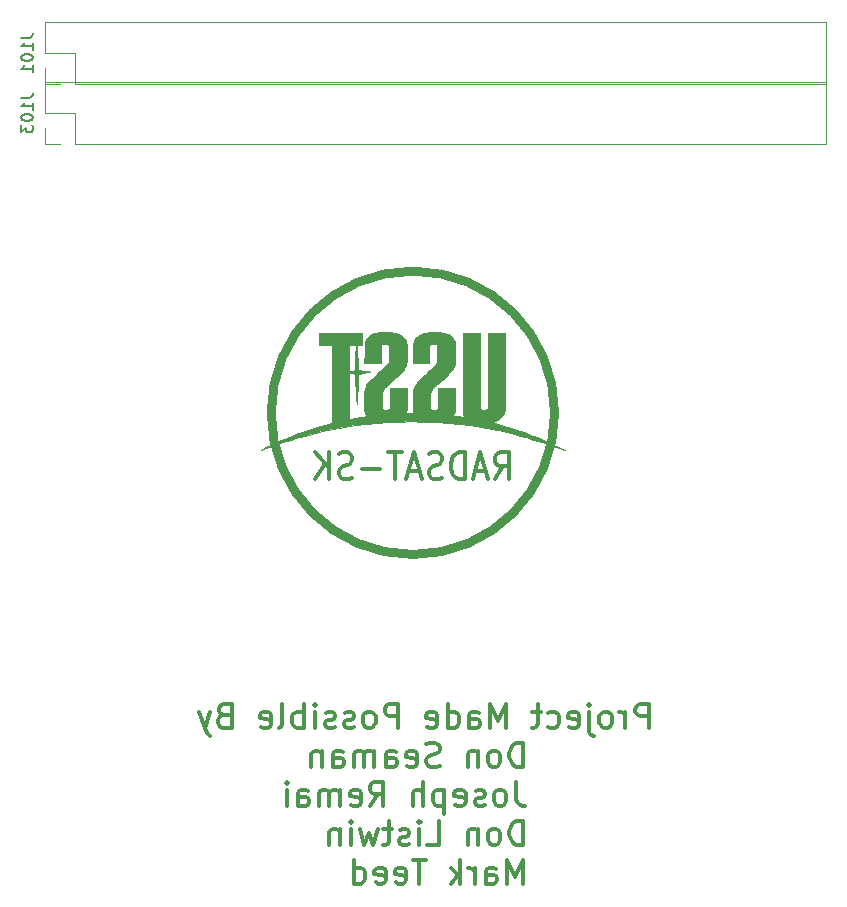
<source format=gbr>
%TF.GenerationSoftware,KiCad,Pcbnew,(5.1.10)-1*%
%TF.CreationDate,2021-11-07T17:42:01-06:00*%
%TF.ProjectId,RADSAT-SK Timer,52414453-4154-42d5-934b-2054696d6572,rev?*%
%TF.SameCoordinates,PX7735940PY2faf080*%
%TF.FileFunction,Legend,Bot*%
%TF.FilePolarity,Positive*%
%FSLAX46Y46*%
G04 Gerber Fmt 4.6, Leading zero omitted, Abs format (unit mm)*
G04 Created by KiCad (PCBNEW (5.1.10)-1) date 2021-11-07 17:42:01*
%MOMM*%
%LPD*%
G01*
G04 APERTURE LIST*
%ADD10C,0.300000*%
%ADD11C,0.010000*%
%ADD12C,0.750000*%
%ADD13C,0.120000*%
%ADD14C,0.350000*%
%ADD15C,0.150000*%
G04 APERTURE END LIST*
D10*
X-26357191Y-63430761D02*
X-26357191Y-61430761D01*
X-27119096Y-61430761D01*
X-27309572Y-61526000D01*
X-27404810Y-61621238D01*
X-27500048Y-61811714D01*
X-27500048Y-62097428D01*
X-27404810Y-62287904D01*
X-27309572Y-62383142D01*
X-27119096Y-62478380D01*
X-26357191Y-62478380D01*
X-28357191Y-63430761D02*
X-28357191Y-62097428D01*
X-28357191Y-62478380D02*
X-28452429Y-62287904D01*
X-28547667Y-62192666D01*
X-28738143Y-62097428D01*
X-28928620Y-62097428D01*
X-29881000Y-63430761D02*
X-29690524Y-63335523D01*
X-29595286Y-63240285D01*
X-29500048Y-63049809D01*
X-29500048Y-62478380D01*
X-29595286Y-62287904D01*
X-29690524Y-62192666D01*
X-29881000Y-62097428D01*
X-30166715Y-62097428D01*
X-30357191Y-62192666D01*
X-30452429Y-62287904D01*
X-30547667Y-62478380D01*
X-30547667Y-63049809D01*
X-30452429Y-63240285D01*
X-30357191Y-63335523D01*
X-30166715Y-63430761D01*
X-29881000Y-63430761D01*
X-31404810Y-62097428D02*
X-31404810Y-63811714D01*
X-31309572Y-64002190D01*
X-31119096Y-64097428D01*
X-31023858Y-64097428D01*
X-31404810Y-61430761D02*
X-31309572Y-61526000D01*
X-31404810Y-61621238D01*
X-31500048Y-61526000D01*
X-31404810Y-61430761D01*
X-31404810Y-61621238D01*
X-33119096Y-63335523D02*
X-32928620Y-63430761D01*
X-32547667Y-63430761D01*
X-32357191Y-63335523D01*
X-32261953Y-63145047D01*
X-32261953Y-62383142D01*
X-32357191Y-62192666D01*
X-32547667Y-62097428D01*
X-32928620Y-62097428D01*
X-33119096Y-62192666D01*
X-33214334Y-62383142D01*
X-33214334Y-62573619D01*
X-32261953Y-62764095D01*
X-34928620Y-63335523D02*
X-34738143Y-63430761D01*
X-34357191Y-63430761D01*
X-34166715Y-63335523D01*
X-34071477Y-63240285D01*
X-33976239Y-63049809D01*
X-33976239Y-62478380D01*
X-34071477Y-62287904D01*
X-34166715Y-62192666D01*
X-34357191Y-62097428D01*
X-34738143Y-62097428D01*
X-34928620Y-62192666D01*
X-35500048Y-62097428D02*
X-36261953Y-62097428D01*
X-35785762Y-61430761D02*
X-35785762Y-63145047D01*
X-35881000Y-63335523D01*
X-36071477Y-63430761D01*
X-36261953Y-63430761D01*
X-38452429Y-63430761D02*
X-38452429Y-61430761D01*
X-39119096Y-62859333D01*
X-39785762Y-61430761D01*
X-39785762Y-63430761D01*
X-41595286Y-63430761D02*
X-41595286Y-62383142D01*
X-41500048Y-62192666D01*
X-41309572Y-62097428D01*
X-40928620Y-62097428D01*
X-40738143Y-62192666D01*
X-41595286Y-63335523D02*
X-41404810Y-63430761D01*
X-40928620Y-63430761D01*
X-40738143Y-63335523D01*
X-40642905Y-63145047D01*
X-40642905Y-62954571D01*
X-40738143Y-62764095D01*
X-40928620Y-62668857D01*
X-41404810Y-62668857D01*
X-41595286Y-62573619D01*
X-43404810Y-63430761D02*
X-43404810Y-61430761D01*
X-43404810Y-63335523D02*
X-43214334Y-63430761D01*
X-42833381Y-63430761D01*
X-42642905Y-63335523D01*
X-42547667Y-63240285D01*
X-42452429Y-63049809D01*
X-42452429Y-62478380D01*
X-42547667Y-62287904D01*
X-42642905Y-62192666D01*
X-42833381Y-62097428D01*
X-43214334Y-62097428D01*
X-43404810Y-62192666D01*
X-45119096Y-63335523D02*
X-44928620Y-63430761D01*
X-44547667Y-63430761D01*
X-44357191Y-63335523D01*
X-44261953Y-63145047D01*
X-44261953Y-62383142D01*
X-44357191Y-62192666D01*
X-44547667Y-62097428D01*
X-44928620Y-62097428D01*
X-45119096Y-62192666D01*
X-45214334Y-62383142D01*
X-45214334Y-62573619D01*
X-44261953Y-62764095D01*
X-47595286Y-63430761D02*
X-47595286Y-61430761D01*
X-48357191Y-61430761D01*
X-48547667Y-61526000D01*
X-48642905Y-61621238D01*
X-48738143Y-61811714D01*
X-48738143Y-62097428D01*
X-48642905Y-62287904D01*
X-48547667Y-62383142D01*
X-48357191Y-62478380D01*
X-47595286Y-62478380D01*
X-49881000Y-63430761D02*
X-49690524Y-63335523D01*
X-49595286Y-63240285D01*
X-49500048Y-63049809D01*
X-49500048Y-62478380D01*
X-49595286Y-62287904D01*
X-49690524Y-62192666D01*
X-49881000Y-62097428D01*
X-50166715Y-62097428D01*
X-50357191Y-62192666D01*
X-50452429Y-62287904D01*
X-50547667Y-62478380D01*
X-50547667Y-63049809D01*
X-50452429Y-63240285D01*
X-50357191Y-63335523D01*
X-50166715Y-63430761D01*
X-49881000Y-63430761D01*
X-51309572Y-63335523D02*
X-51500048Y-63430761D01*
X-51881000Y-63430761D01*
X-52071477Y-63335523D01*
X-52166715Y-63145047D01*
X-52166715Y-63049809D01*
X-52071477Y-62859333D01*
X-51881000Y-62764095D01*
X-51595286Y-62764095D01*
X-51404810Y-62668857D01*
X-51309572Y-62478380D01*
X-51309572Y-62383142D01*
X-51404810Y-62192666D01*
X-51595286Y-62097428D01*
X-51881000Y-62097428D01*
X-52071477Y-62192666D01*
X-52928620Y-63335523D02*
X-53119096Y-63430761D01*
X-53500048Y-63430761D01*
X-53690524Y-63335523D01*
X-53785762Y-63145047D01*
X-53785762Y-63049809D01*
X-53690524Y-62859333D01*
X-53500048Y-62764095D01*
X-53214334Y-62764095D01*
X-53023858Y-62668857D01*
X-52928620Y-62478380D01*
X-52928620Y-62383142D01*
X-53023858Y-62192666D01*
X-53214334Y-62097428D01*
X-53500048Y-62097428D01*
X-53690524Y-62192666D01*
X-54642905Y-63430761D02*
X-54642905Y-62097428D01*
X-54642905Y-61430761D02*
X-54547667Y-61526000D01*
X-54642905Y-61621238D01*
X-54738143Y-61526000D01*
X-54642905Y-61430761D01*
X-54642905Y-61621238D01*
X-55595286Y-63430761D02*
X-55595286Y-61430761D01*
X-55595286Y-62192666D02*
X-55785762Y-62097428D01*
X-56166715Y-62097428D01*
X-56357191Y-62192666D01*
X-56452429Y-62287904D01*
X-56547667Y-62478380D01*
X-56547667Y-63049809D01*
X-56452429Y-63240285D01*
X-56357191Y-63335523D01*
X-56166715Y-63430761D01*
X-55785762Y-63430761D01*
X-55595286Y-63335523D01*
X-57690524Y-63430761D02*
X-57500048Y-63335523D01*
X-57404810Y-63145047D01*
X-57404810Y-61430761D01*
X-59214334Y-63335523D02*
X-59023858Y-63430761D01*
X-58642905Y-63430761D01*
X-58452429Y-63335523D01*
X-58357191Y-63145047D01*
X-58357191Y-62383142D01*
X-58452429Y-62192666D01*
X-58642905Y-62097428D01*
X-59023858Y-62097428D01*
X-59214334Y-62192666D01*
X-59309572Y-62383142D01*
X-59309572Y-62573619D01*
X-58357191Y-62764095D01*
X-62357191Y-62383142D02*
X-62642905Y-62478380D01*
X-62738143Y-62573619D01*
X-62833381Y-62764095D01*
X-62833381Y-63049809D01*
X-62738143Y-63240285D01*
X-62642905Y-63335523D01*
X-62452429Y-63430761D01*
X-61690524Y-63430761D01*
X-61690524Y-61430761D01*
X-62357191Y-61430761D01*
X-62547667Y-61526000D01*
X-62642905Y-61621238D01*
X-62738143Y-61811714D01*
X-62738143Y-62002190D01*
X-62642905Y-62192666D01*
X-62547667Y-62287904D01*
X-62357191Y-62383142D01*
X-61690524Y-62383142D01*
X-63500048Y-62097428D02*
X-63976239Y-63430761D01*
X-64452429Y-62097428D02*
X-63976239Y-63430761D01*
X-63785762Y-63906952D01*
X-63690524Y-64002190D01*
X-63500048Y-64097428D01*
X-37023858Y-66730761D02*
X-37023858Y-64730761D01*
X-37500048Y-64730761D01*
X-37785762Y-64826000D01*
X-37976239Y-65016476D01*
X-38071477Y-65206952D01*
X-38166715Y-65587904D01*
X-38166715Y-65873619D01*
X-38071477Y-66254571D01*
X-37976239Y-66445047D01*
X-37785762Y-66635523D01*
X-37500048Y-66730761D01*
X-37023858Y-66730761D01*
X-39309572Y-66730761D02*
X-39119096Y-66635523D01*
X-39023858Y-66540285D01*
X-38928620Y-66349809D01*
X-38928620Y-65778380D01*
X-39023858Y-65587904D01*
X-39119096Y-65492666D01*
X-39309572Y-65397428D01*
X-39595286Y-65397428D01*
X-39785762Y-65492666D01*
X-39881000Y-65587904D01*
X-39976239Y-65778380D01*
X-39976239Y-66349809D01*
X-39881000Y-66540285D01*
X-39785762Y-66635523D01*
X-39595286Y-66730761D01*
X-39309572Y-66730761D01*
X-40833381Y-65397428D02*
X-40833381Y-66730761D01*
X-40833381Y-65587904D02*
X-40928620Y-65492666D01*
X-41119096Y-65397428D01*
X-41404810Y-65397428D01*
X-41595286Y-65492666D01*
X-41690524Y-65683142D01*
X-41690524Y-66730761D01*
X-44071477Y-66635523D02*
X-44357191Y-66730761D01*
X-44833381Y-66730761D01*
X-45023858Y-66635523D01*
X-45119096Y-66540285D01*
X-45214334Y-66349809D01*
X-45214334Y-66159333D01*
X-45119096Y-65968857D01*
X-45023858Y-65873619D01*
X-44833381Y-65778380D01*
X-44452429Y-65683142D01*
X-44261953Y-65587904D01*
X-44166715Y-65492666D01*
X-44071477Y-65302190D01*
X-44071477Y-65111714D01*
X-44166715Y-64921238D01*
X-44261953Y-64826000D01*
X-44452429Y-64730761D01*
X-44928620Y-64730761D01*
X-45214334Y-64826000D01*
X-46833381Y-66635523D02*
X-46642905Y-66730761D01*
X-46261953Y-66730761D01*
X-46071477Y-66635523D01*
X-45976239Y-66445047D01*
X-45976239Y-65683142D01*
X-46071477Y-65492666D01*
X-46261953Y-65397428D01*
X-46642905Y-65397428D01*
X-46833381Y-65492666D01*
X-46928620Y-65683142D01*
X-46928620Y-65873619D01*
X-45976239Y-66064095D01*
X-48642905Y-66730761D02*
X-48642905Y-65683142D01*
X-48547667Y-65492666D01*
X-48357191Y-65397428D01*
X-47976239Y-65397428D01*
X-47785762Y-65492666D01*
X-48642905Y-66635523D02*
X-48452429Y-66730761D01*
X-47976239Y-66730761D01*
X-47785762Y-66635523D01*
X-47690524Y-66445047D01*
X-47690524Y-66254571D01*
X-47785762Y-66064095D01*
X-47976239Y-65968857D01*
X-48452429Y-65968857D01*
X-48642905Y-65873619D01*
X-49595286Y-66730761D02*
X-49595286Y-65397428D01*
X-49595286Y-65587904D02*
X-49690524Y-65492666D01*
X-49881000Y-65397428D01*
X-50166715Y-65397428D01*
X-50357191Y-65492666D01*
X-50452429Y-65683142D01*
X-50452429Y-66730761D01*
X-50452429Y-65683142D02*
X-50547667Y-65492666D01*
X-50738143Y-65397428D01*
X-51023858Y-65397428D01*
X-51214334Y-65492666D01*
X-51309572Y-65683142D01*
X-51309572Y-66730761D01*
X-53119096Y-66730761D02*
X-53119096Y-65683142D01*
X-53023858Y-65492666D01*
X-52833381Y-65397428D01*
X-52452429Y-65397428D01*
X-52261953Y-65492666D01*
X-53119096Y-66635523D02*
X-52928620Y-66730761D01*
X-52452429Y-66730761D01*
X-52261953Y-66635523D01*
X-52166715Y-66445047D01*
X-52166715Y-66254571D01*
X-52261953Y-66064095D01*
X-52452429Y-65968857D01*
X-52928620Y-65968857D01*
X-53119096Y-65873619D01*
X-54071477Y-65397428D02*
X-54071477Y-66730761D01*
X-54071477Y-65587904D02*
X-54166715Y-65492666D01*
X-54357191Y-65397428D01*
X-54642905Y-65397428D01*
X-54833381Y-65492666D01*
X-54928620Y-65683142D01*
X-54928620Y-66730761D01*
X-37595286Y-68030761D02*
X-37595286Y-69459333D01*
X-37500048Y-69745047D01*
X-37309572Y-69935523D01*
X-37023858Y-70030761D01*
X-36833381Y-70030761D01*
X-38833381Y-70030761D02*
X-38642905Y-69935523D01*
X-38547667Y-69840285D01*
X-38452429Y-69649809D01*
X-38452429Y-69078380D01*
X-38547667Y-68887904D01*
X-38642905Y-68792666D01*
X-38833381Y-68697428D01*
X-39119096Y-68697428D01*
X-39309572Y-68792666D01*
X-39404810Y-68887904D01*
X-39500048Y-69078380D01*
X-39500048Y-69649809D01*
X-39404810Y-69840285D01*
X-39309572Y-69935523D01*
X-39119096Y-70030761D01*
X-38833381Y-70030761D01*
X-40261953Y-69935523D02*
X-40452429Y-70030761D01*
X-40833381Y-70030761D01*
X-41023858Y-69935523D01*
X-41119096Y-69745047D01*
X-41119096Y-69649809D01*
X-41023858Y-69459333D01*
X-40833381Y-69364095D01*
X-40547667Y-69364095D01*
X-40357191Y-69268857D01*
X-40261953Y-69078380D01*
X-40261953Y-68983142D01*
X-40357191Y-68792666D01*
X-40547667Y-68697428D01*
X-40833381Y-68697428D01*
X-41023858Y-68792666D01*
X-42738143Y-69935523D02*
X-42547667Y-70030761D01*
X-42166715Y-70030761D01*
X-41976239Y-69935523D01*
X-41881000Y-69745047D01*
X-41881000Y-68983142D01*
X-41976239Y-68792666D01*
X-42166715Y-68697428D01*
X-42547667Y-68697428D01*
X-42738143Y-68792666D01*
X-42833381Y-68983142D01*
X-42833381Y-69173619D01*
X-41881000Y-69364095D01*
X-43690524Y-68697428D02*
X-43690524Y-70697428D01*
X-43690524Y-68792666D02*
X-43881000Y-68697428D01*
X-44261953Y-68697428D01*
X-44452429Y-68792666D01*
X-44547667Y-68887904D01*
X-44642905Y-69078380D01*
X-44642905Y-69649809D01*
X-44547667Y-69840285D01*
X-44452429Y-69935523D01*
X-44261953Y-70030761D01*
X-43881000Y-70030761D01*
X-43690524Y-69935523D01*
X-45500048Y-70030761D02*
X-45500048Y-68030761D01*
X-46357191Y-70030761D02*
X-46357191Y-68983142D01*
X-46261953Y-68792666D01*
X-46071477Y-68697428D01*
X-45785762Y-68697428D01*
X-45595286Y-68792666D01*
X-45500048Y-68887904D01*
X-49976239Y-70030761D02*
X-49309572Y-69078380D01*
X-48833381Y-70030761D02*
X-48833381Y-68030761D01*
X-49595286Y-68030761D01*
X-49785762Y-68126000D01*
X-49881000Y-68221238D01*
X-49976239Y-68411714D01*
X-49976239Y-68697428D01*
X-49881000Y-68887904D01*
X-49785762Y-68983142D01*
X-49595286Y-69078380D01*
X-48833381Y-69078380D01*
X-51595286Y-69935523D02*
X-51404810Y-70030761D01*
X-51023858Y-70030761D01*
X-50833381Y-69935523D01*
X-50738143Y-69745047D01*
X-50738143Y-68983142D01*
X-50833381Y-68792666D01*
X-51023858Y-68697428D01*
X-51404810Y-68697428D01*
X-51595286Y-68792666D01*
X-51690524Y-68983142D01*
X-51690524Y-69173619D01*
X-50738143Y-69364095D01*
X-52547667Y-70030761D02*
X-52547667Y-68697428D01*
X-52547667Y-68887904D02*
X-52642905Y-68792666D01*
X-52833381Y-68697428D01*
X-53119096Y-68697428D01*
X-53309572Y-68792666D01*
X-53404810Y-68983142D01*
X-53404810Y-70030761D01*
X-53404810Y-68983142D02*
X-53500048Y-68792666D01*
X-53690524Y-68697428D01*
X-53976239Y-68697428D01*
X-54166715Y-68792666D01*
X-54261953Y-68983142D01*
X-54261953Y-70030761D01*
X-56071477Y-70030761D02*
X-56071477Y-68983142D01*
X-55976239Y-68792666D01*
X-55785762Y-68697428D01*
X-55404810Y-68697428D01*
X-55214334Y-68792666D01*
X-56071477Y-69935523D02*
X-55881000Y-70030761D01*
X-55404810Y-70030761D01*
X-55214334Y-69935523D01*
X-55119096Y-69745047D01*
X-55119096Y-69554571D01*
X-55214334Y-69364095D01*
X-55404810Y-69268857D01*
X-55881000Y-69268857D01*
X-56071477Y-69173619D01*
X-57023858Y-70030761D02*
X-57023858Y-68697428D01*
X-57023858Y-68030761D02*
X-56928620Y-68126000D01*
X-57023858Y-68221238D01*
X-57119096Y-68126000D01*
X-57023858Y-68030761D01*
X-57023858Y-68221238D01*
X-37023858Y-73330761D02*
X-37023858Y-71330761D01*
X-37500048Y-71330761D01*
X-37785762Y-71426000D01*
X-37976239Y-71616476D01*
X-38071477Y-71806952D01*
X-38166715Y-72187904D01*
X-38166715Y-72473619D01*
X-38071477Y-72854571D01*
X-37976239Y-73045047D01*
X-37785762Y-73235523D01*
X-37500048Y-73330761D01*
X-37023858Y-73330761D01*
X-39309572Y-73330761D02*
X-39119096Y-73235523D01*
X-39023858Y-73140285D01*
X-38928620Y-72949809D01*
X-38928620Y-72378380D01*
X-39023858Y-72187904D01*
X-39119096Y-72092666D01*
X-39309572Y-71997428D01*
X-39595286Y-71997428D01*
X-39785762Y-72092666D01*
X-39881000Y-72187904D01*
X-39976239Y-72378380D01*
X-39976239Y-72949809D01*
X-39881000Y-73140285D01*
X-39785762Y-73235523D01*
X-39595286Y-73330761D01*
X-39309572Y-73330761D01*
X-40833381Y-71997428D02*
X-40833381Y-73330761D01*
X-40833381Y-72187904D02*
X-40928620Y-72092666D01*
X-41119096Y-71997428D01*
X-41404810Y-71997428D01*
X-41595286Y-72092666D01*
X-41690524Y-72283142D01*
X-41690524Y-73330761D01*
X-45119096Y-73330761D02*
X-44166715Y-73330761D01*
X-44166715Y-71330761D01*
X-45785762Y-73330761D02*
X-45785762Y-71997428D01*
X-45785762Y-71330761D02*
X-45690524Y-71426000D01*
X-45785762Y-71521238D01*
X-45881000Y-71426000D01*
X-45785762Y-71330761D01*
X-45785762Y-71521238D01*
X-46642905Y-73235523D02*
X-46833381Y-73330761D01*
X-47214334Y-73330761D01*
X-47404810Y-73235523D01*
X-47500048Y-73045047D01*
X-47500048Y-72949809D01*
X-47404810Y-72759333D01*
X-47214334Y-72664095D01*
X-46928620Y-72664095D01*
X-46738143Y-72568857D01*
X-46642905Y-72378380D01*
X-46642905Y-72283142D01*
X-46738143Y-72092666D01*
X-46928620Y-71997428D01*
X-47214334Y-71997428D01*
X-47404810Y-72092666D01*
X-48071477Y-71997428D02*
X-48833381Y-71997428D01*
X-48357191Y-71330761D02*
X-48357191Y-73045047D01*
X-48452429Y-73235523D01*
X-48642905Y-73330761D01*
X-48833381Y-73330761D01*
X-49309572Y-71997428D02*
X-49690524Y-73330761D01*
X-50071477Y-72378380D01*
X-50452429Y-73330761D01*
X-50833381Y-71997428D01*
X-51595286Y-73330761D02*
X-51595286Y-71997428D01*
X-51595286Y-71330761D02*
X-51500048Y-71426000D01*
X-51595286Y-71521238D01*
X-51690524Y-71426000D01*
X-51595286Y-71330761D01*
X-51595286Y-71521238D01*
X-52547667Y-71997428D02*
X-52547667Y-73330761D01*
X-52547667Y-72187904D02*
X-52642905Y-72092666D01*
X-52833381Y-71997428D01*
X-53119096Y-71997428D01*
X-53309572Y-72092666D01*
X-53404810Y-72283142D01*
X-53404810Y-73330761D01*
X-37023858Y-76630761D02*
X-37023858Y-74630761D01*
X-37690524Y-76059333D01*
X-38357191Y-74630761D01*
X-38357191Y-76630761D01*
X-40166715Y-76630761D02*
X-40166715Y-75583142D01*
X-40071477Y-75392666D01*
X-39881000Y-75297428D01*
X-39500048Y-75297428D01*
X-39309572Y-75392666D01*
X-40166715Y-76535523D02*
X-39976239Y-76630761D01*
X-39500048Y-76630761D01*
X-39309572Y-76535523D01*
X-39214334Y-76345047D01*
X-39214334Y-76154571D01*
X-39309572Y-75964095D01*
X-39500048Y-75868857D01*
X-39976239Y-75868857D01*
X-40166715Y-75773619D01*
X-41119096Y-76630761D02*
X-41119096Y-75297428D01*
X-41119096Y-75678380D02*
X-41214334Y-75487904D01*
X-41309572Y-75392666D01*
X-41500048Y-75297428D01*
X-41690524Y-75297428D01*
X-42357191Y-76630761D02*
X-42357191Y-74630761D01*
X-42547667Y-75868857D02*
X-43119096Y-76630761D01*
X-43119096Y-75297428D02*
X-42357191Y-76059333D01*
X-45214334Y-74630761D02*
X-46357191Y-74630761D01*
X-45785762Y-76630761D02*
X-45785762Y-74630761D01*
X-47785762Y-76535523D02*
X-47595286Y-76630761D01*
X-47214334Y-76630761D01*
X-47023858Y-76535523D01*
X-46928620Y-76345047D01*
X-46928620Y-75583142D01*
X-47023858Y-75392666D01*
X-47214334Y-75297428D01*
X-47595286Y-75297428D01*
X-47785762Y-75392666D01*
X-47881000Y-75583142D01*
X-47881000Y-75773619D01*
X-46928620Y-75964095D01*
X-49500048Y-76535523D02*
X-49309572Y-76630761D01*
X-48928620Y-76630761D01*
X-48738143Y-76535523D01*
X-48642905Y-76345047D01*
X-48642905Y-75583142D01*
X-48738143Y-75392666D01*
X-48928620Y-75297428D01*
X-49309572Y-75297428D01*
X-49500048Y-75392666D01*
X-49595286Y-75583142D01*
X-49595286Y-75773619D01*
X-48642905Y-75964095D01*
X-51309572Y-76630761D02*
X-51309572Y-74630761D01*
X-51309572Y-76535523D02*
X-51119096Y-76630761D01*
X-50738143Y-76630761D01*
X-50547667Y-76535523D01*
X-50452429Y-76440285D01*
X-50357191Y-76249809D01*
X-50357191Y-75678380D01*
X-50452429Y-75487904D01*
X-50547667Y-75392666D01*
X-50738143Y-75297428D01*
X-51119096Y-75297428D01*
X-51309572Y-75392666D01*
D11*
%TO.C,G\u002A\u002A\u002A*%
G36*
X-44681461Y-29937518D02*
G01*
X-44830838Y-29941798D01*
X-44959797Y-29948141D01*
X-45073275Y-29957096D01*
X-45176209Y-29969210D01*
X-45273534Y-29985030D01*
X-45370188Y-30005103D01*
X-45437673Y-30021367D01*
X-45615938Y-30075700D01*
X-45772929Y-30143476D01*
X-45909183Y-30225118D01*
X-46025234Y-30321052D01*
X-46121619Y-30431701D01*
X-46198874Y-30557490D01*
X-46243461Y-30659019D01*
X-46258993Y-30701498D01*
X-46272378Y-30741699D01*
X-46283776Y-30781824D01*
X-46293344Y-30824076D01*
X-46301243Y-30870654D01*
X-46307631Y-30923761D01*
X-46312667Y-30985597D01*
X-46316511Y-31058365D01*
X-46319322Y-31144265D01*
X-46321258Y-31245500D01*
X-46322479Y-31364269D01*
X-46323144Y-31502776D01*
X-46323412Y-31663221D01*
X-46323448Y-31765775D01*
X-46323500Y-32524600D01*
X-44951900Y-32524600D01*
X-44951900Y-31816090D01*
X-44951899Y-31107581D01*
X-44923325Y-31050915D01*
X-44883536Y-30999727D01*
X-44823339Y-30961729D01*
X-44744291Y-30937359D01*
X-44647949Y-30927051D01*
X-44535871Y-30931244D01*
X-44507422Y-30934380D01*
X-44427994Y-30947574D01*
X-44368949Y-30966232D01*
X-44325465Y-30992668D01*
X-44292721Y-31029194D01*
X-44285150Y-31040997D01*
X-44279437Y-31051302D01*
X-44274652Y-31063097D01*
X-44270711Y-31078586D01*
X-44267533Y-31099972D01*
X-44265036Y-31129457D01*
X-44263139Y-31169244D01*
X-44261758Y-31221536D01*
X-44260813Y-31288536D01*
X-44260222Y-31372446D01*
X-44259902Y-31475470D01*
X-44259772Y-31599811D01*
X-44259750Y-31724500D01*
X-44259786Y-31876891D01*
X-44260056Y-32006219D01*
X-44260799Y-32114817D01*
X-44262254Y-32205023D01*
X-44264659Y-32279171D01*
X-44268255Y-32339597D01*
X-44273281Y-32388637D01*
X-44279976Y-32428627D01*
X-44288580Y-32461902D01*
X-44299330Y-32490797D01*
X-44312468Y-32517649D01*
X-44328232Y-32544793D01*
X-44346839Y-32574529D01*
X-44369339Y-32608849D01*
X-44393524Y-32642681D01*
X-44420867Y-32677445D01*
X-44452842Y-32714559D01*
X-44490921Y-32755445D01*
X-44536579Y-32801522D01*
X-44591287Y-32854209D01*
X-44656520Y-32914928D01*
X-44733751Y-32985096D01*
X-44824453Y-33066134D01*
X-44930098Y-33159463D01*
X-45052161Y-33266501D01*
X-45186850Y-33384079D01*
X-45358495Y-33535452D01*
X-45510800Y-33673687D01*
X-45645164Y-33800311D01*
X-45762985Y-33916850D01*
X-45865661Y-34024832D01*
X-45954591Y-34125784D01*
X-46031173Y-34221233D01*
X-46096806Y-34312707D01*
X-46152889Y-34401731D01*
X-46200819Y-34489833D01*
X-46202456Y-34493100D01*
X-46237027Y-34566024D01*
X-46266937Y-34638305D01*
X-46292466Y-34712259D01*
X-46313896Y-34790200D01*
X-46331507Y-34874442D01*
X-46345578Y-34967302D01*
X-46356391Y-35071093D01*
X-46364226Y-35188131D01*
X-46369363Y-35320730D01*
X-46372084Y-35471206D01*
X-46372667Y-35641873D01*
X-46371395Y-35835045D01*
X-46370868Y-35883062D01*
X-46368853Y-36033139D01*
X-46366449Y-36160628D01*
X-46363431Y-36268344D01*
X-46359576Y-36359100D01*
X-46354658Y-36435708D01*
X-46348453Y-36500981D01*
X-46340738Y-36557732D01*
X-46331287Y-36608775D01*
X-46319878Y-36656922D01*
X-46306284Y-36704985D01*
X-46304993Y-36709250D01*
X-46294005Y-36746978D01*
X-46286943Y-36774324D01*
X-46285537Y-36782275D01*
X-46297644Y-36784827D01*
X-46331822Y-36787120D01*
X-46384743Y-36789060D01*
X-46453078Y-36790550D01*
X-46533500Y-36791495D01*
X-46616455Y-36791800D01*
X-46716712Y-36791704D01*
X-46794352Y-36791290D01*
X-46852156Y-36790367D01*
X-46892909Y-36788744D01*
X-46919391Y-36786230D01*
X-46934386Y-36782634D01*
X-46940677Y-36777766D01*
X-46941044Y-36771434D01*
X-46940529Y-36769575D01*
X-46916648Y-36683344D01*
X-46894701Y-36585718D01*
X-46877397Y-36489650D01*
X-46869455Y-36429850D01*
X-46867303Y-36396837D01*
X-46865266Y-36340987D01*
X-46863378Y-36264862D01*
X-46861675Y-36171026D01*
X-46860190Y-36062041D01*
X-46858958Y-35940469D01*
X-46858014Y-35808874D01*
X-46857391Y-35669817D01*
X-46857125Y-35525863D01*
X-46857120Y-35512275D01*
X-46856900Y-34709000D01*
X-48291467Y-34709000D01*
X-48294908Y-35544025D01*
X-48295525Y-35714790D01*
X-48296030Y-35862011D01*
X-48296666Y-35987540D01*
X-48297680Y-36093230D01*
X-48299315Y-36180935D01*
X-48301816Y-36252507D01*
X-48305427Y-36309799D01*
X-48310395Y-36354665D01*
X-48316962Y-36388956D01*
X-48325374Y-36414526D01*
X-48335876Y-36433229D01*
X-48348712Y-36446916D01*
X-48364127Y-36457441D01*
X-48382366Y-36466656D01*
X-48403672Y-36476416D01*
X-48419000Y-36483787D01*
X-48451769Y-36499147D01*
X-48481206Y-36509224D01*
X-48514087Y-36515115D01*
X-48557189Y-36517917D01*
X-48617288Y-36518729D01*
X-48634900Y-36518750D01*
X-48725916Y-36516117D01*
X-48797020Y-36507234D01*
X-48853245Y-36490621D01*
X-48899628Y-36464801D01*
X-48940535Y-36428981D01*
X-48984150Y-36383977D01*
X-48984150Y-35045550D01*
X-48938634Y-34950300D01*
X-48912922Y-34900337D01*
X-48883152Y-34850618D01*
X-48847863Y-34799645D01*
X-48805591Y-34745924D01*
X-48754873Y-34687957D01*
X-48694246Y-34624248D01*
X-48622247Y-34553302D01*
X-48537413Y-34473622D01*
X-48438281Y-34383712D01*
X-48323388Y-34282076D01*
X-48191272Y-34167218D01*
X-48075821Y-34067914D01*
X-47900888Y-33916259D01*
X-47745753Y-33778042D01*
X-47609345Y-33652220D01*
X-47490593Y-33537752D01*
X-47388428Y-33433593D01*
X-47301779Y-33338702D01*
X-47229575Y-33252036D01*
X-47204000Y-33218774D01*
X-47128121Y-33109369D01*
X-47057219Y-32991735D01*
X-46995273Y-32873185D01*
X-46946259Y-32761034D01*
X-46928959Y-32713030D01*
X-46915781Y-32671959D01*
X-46904486Y-32632738D01*
X-46894931Y-32593098D01*
X-46886972Y-32550768D01*
X-46880468Y-32503478D01*
X-46875276Y-32448956D01*
X-46871253Y-32384934D01*
X-46868256Y-32309139D01*
X-46866144Y-32219303D01*
X-46864773Y-32113154D01*
X-46864001Y-31988423D01*
X-46863686Y-31842838D01*
X-46863684Y-31674129D01*
X-46863684Y-31673700D01*
X-46864118Y-30943450D01*
X-46897793Y-30819957D01*
X-46952050Y-30664198D01*
X-47025636Y-30524689D01*
X-47118985Y-30400899D01*
X-47232529Y-30292301D01*
X-47366704Y-30198364D01*
X-47441100Y-30157019D01*
X-47534313Y-30112842D01*
X-47631862Y-30074665D01*
X-47737912Y-30041329D01*
X-47856626Y-30011675D01*
X-47992167Y-29984544D01*
X-48148699Y-29958777D01*
X-48158650Y-29957279D01*
X-48220458Y-29950576D01*
X-48303143Y-29945402D01*
X-48402230Y-29941728D01*
X-48513243Y-29939531D01*
X-48631705Y-29938783D01*
X-48753142Y-29939458D01*
X-48873078Y-29941531D01*
X-48987038Y-29944975D01*
X-49090546Y-29949764D01*
X-49179125Y-29955873D01*
X-49248302Y-29963275D01*
X-49250850Y-29963633D01*
X-49459236Y-30000470D01*
X-49645429Y-30048760D01*
X-49810114Y-30108921D01*
X-49953977Y-30181372D01*
X-50077704Y-30266535D01*
X-50181980Y-30364827D01*
X-50267490Y-30476669D01*
X-50334921Y-30602480D01*
X-50348749Y-30635449D01*
X-50364415Y-30675073D01*
X-50377925Y-30711070D01*
X-50389452Y-30745603D01*
X-50399168Y-30780836D01*
X-50407243Y-30818935D01*
X-50413850Y-30862063D01*
X-50419160Y-30912385D01*
X-50423345Y-30972065D01*
X-50426577Y-31043267D01*
X-50429027Y-31128155D01*
X-50430867Y-31228893D01*
X-50432269Y-31347647D01*
X-50433405Y-31486580D01*
X-50434445Y-31647856D01*
X-50434886Y-31721324D01*
X-50439687Y-32524599D01*
X-49753193Y-32524599D01*
X-49066700Y-32524600D01*
X-49066700Y-31817409D01*
X-49066675Y-31665386D01*
X-49066551Y-31536643D01*
X-49066257Y-31429058D01*
X-49065717Y-31340513D01*
X-49064859Y-31268885D01*
X-49063609Y-31212055D01*
X-49061895Y-31167902D01*
X-49059643Y-31134306D01*
X-49056780Y-31109146D01*
X-49053233Y-31090301D01*
X-49048928Y-31075652D01*
X-49043793Y-31063078D01*
X-49040398Y-31055888D01*
X-49010298Y-31009506D01*
X-48968903Y-30975843D01*
X-48911737Y-30952341D01*
X-48834323Y-30936440D01*
X-48830470Y-30935887D01*
X-48713025Y-30926899D01*
X-48606202Y-30933994D01*
X-48514210Y-30956788D01*
X-48489239Y-30967037D01*
X-48464799Y-30977967D01*
X-48444094Y-30987955D01*
X-48426817Y-30999079D01*
X-48412658Y-31013414D01*
X-48401307Y-31033037D01*
X-48392457Y-31060023D01*
X-48385797Y-31096449D01*
X-48381018Y-31144390D01*
X-48377811Y-31205924D01*
X-48375867Y-31283125D01*
X-48374877Y-31378071D01*
X-48374532Y-31492837D01*
X-48374522Y-31629499D01*
X-48374550Y-31737200D01*
X-48374567Y-31882775D01*
X-48374680Y-32005218D01*
X-48374978Y-32106799D01*
X-48375553Y-32189785D01*
X-48376494Y-32256445D01*
X-48377893Y-32309048D01*
X-48379839Y-32349863D01*
X-48382423Y-32381157D01*
X-48385735Y-32405199D01*
X-48389867Y-32424258D01*
X-48394908Y-32440603D01*
X-48400948Y-32456501D01*
X-48403483Y-32462793D01*
X-48425606Y-32509100D01*
X-48456861Y-32564260D01*
X-48490839Y-32617036D01*
X-48493994Y-32621543D01*
X-48514258Y-32649839D01*
X-48534350Y-32676644D01*
X-48555646Y-32703245D01*
X-48579526Y-32730932D01*
X-48607369Y-32760995D01*
X-48640553Y-32794723D01*
X-48680457Y-32833405D01*
X-48728460Y-32878330D01*
X-48785940Y-32930788D01*
X-48854277Y-32992067D01*
X-48934848Y-33063458D01*
X-49029032Y-33146250D01*
X-49138209Y-33241731D01*
X-49263756Y-33351191D01*
X-49407053Y-33475919D01*
X-49415244Y-33483045D01*
X-49489931Y-33549400D01*
X-49575403Y-33627592D01*
X-49664790Y-33711195D01*
X-49751225Y-33793784D01*
X-49827838Y-33868933D01*
X-49829302Y-33870395D01*
X-49970031Y-34016661D01*
X-50089801Y-34154102D01*
X-50190240Y-34285508D01*
X-50272976Y-34413670D01*
X-50339640Y-34541379D01*
X-50391859Y-34671426D01*
X-50431263Y-34806601D01*
X-50459480Y-34949696D01*
X-50459574Y-34950300D01*
X-50464900Y-34987245D01*
X-50469348Y-35025706D01*
X-50472997Y-35068279D01*
X-50475922Y-35117560D01*
X-50478200Y-35176144D01*
X-50479908Y-35246628D01*
X-50481121Y-35331605D01*
X-50481916Y-35433673D01*
X-50482370Y-35555427D01*
X-50482558Y-35699463D01*
X-50482571Y-35731350D01*
X-50482425Y-35895500D01*
X-50481779Y-36036679D01*
X-50480469Y-36157311D01*
X-50478332Y-36259823D01*
X-50475205Y-36346641D01*
X-50470925Y-36420189D01*
X-50465328Y-36482895D01*
X-50458251Y-36537183D01*
X-50449531Y-36585480D01*
X-50439004Y-36630211D01*
X-50426508Y-36673802D01*
X-50417178Y-36702900D01*
X-50367304Y-36825559D01*
X-50297616Y-36950196D01*
X-50269783Y-36992717D01*
X-50249722Y-37024100D01*
X-50238205Y-37045588D01*
X-50237050Y-37051137D01*
X-50250335Y-37053839D01*
X-50285213Y-37059489D01*
X-50338119Y-37067550D01*
X-50405489Y-37077485D01*
X-50483755Y-37088756D01*
X-50533550Y-37095809D01*
X-50621759Y-37108703D01*
X-50728844Y-37125125D01*
X-50848684Y-37144092D01*
X-50975158Y-37164617D01*
X-51102145Y-37185717D01*
X-51223525Y-37206406D01*
X-51255804Y-37212014D01*
X-51357649Y-37229705D01*
X-51451900Y-37245912D01*
X-51535544Y-37260129D01*
X-51605570Y-37271851D01*
X-51658964Y-37280573D01*
X-51692715Y-37285789D01*
X-51703479Y-37287100D01*
X-51705861Y-37284082D01*
X-51708025Y-37274289D01*
X-51709979Y-37256615D01*
X-51711735Y-37229950D01*
X-51713301Y-37193188D01*
X-51714688Y-37145220D01*
X-51715906Y-37084939D01*
X-51716965Y-37011237D01*
X-51717875Y-36923007D01*
X-51718645Y-36819140D01*
X-51719286Y-36698529D01*
X-51719809Y-36560066D01*
X-51720222Y-36402643D01*
X-51720535Y-36225153D01*
X-51720760Y-36026488D01*
X-51720905Y-35805539D01*
X-51720982Y-35561201D01*
X-51721000Y-35344317D01*
X-51720999Y-33401535D01*
X-51686075Y-33407155D01*
X-51661223Y-33410580D01*
X-51616679Y-33416171D01*
X-51557992Y-33423251D01*
X-51490710Y-33431144D01*
X-51464029Y-33434217D01*
X-51276908Y-33455659D01*
X-51270619Y-33494954D01*
X-51268803Y-33514088D01*
X-51265633Y-33556385D01*
X-51261250Y-33619654D01*
X-51255795Y-33701703D01*
X-51249409Y-33800339D01*
X-51242233Y-33913369D01*
X-51234409Y-34038603D01*
X-51226077Y-34173848D01*
X-51217380Y-34316911D01*
X-51212889Y-34391500D01*
X-51197313Y-34649473D01*
X-51183023Y-34882756D01*
X-51169972Y-35092023D01*
X-51158112Y-35277950D01*
X-51147396Y-35441210D01*
X-51137776Y-35582480D01*
X-51129204Y-35702433D01*
X-51121633Y-35801744D01*
X-51115016Y-35881089D01*
X-51109306Y-35941141D01*
X-51104454Y-35982575D01*
X-51100413Y-36006067D01*
X-51098945Y-36010750D01*
X-51092020Y-36021114D01*
X-51088246Y-36010782D01*
X-51086736Y-35979000D01*
X-51085643Y-35946702D01*
X-51083269Y-35894888D01*
X-51079906Y-35829391D01*
X-51075850Y-35756046D01*
X-51073301Y-35712300D01*
X-51070095Y-35654870D01*
X-51065824Y-35572605D01*
X-51060512Y-35466048D01*
X-51054186Y-35335740D01*
X-51046870Y-35182223D01*
X-51038590Y-35006039D01*
X-51029371Y-34807729D01*
X-51019238Y-34587837D01*
X-51008218Y-34346902D01*
X-50996335Y-34085469D01*
X-50983615Y-33804077D01*
X-50976283Y-33641267D01*
X-50967958Y-33456184D01*
X-50484054Y-33375706D01*
X-50376223Y-33357607D01*
X-50276260Y-33340511D01*
X-50186939Y-33324915D01*
X-50111032Y-33311318D01*
X-50051310Y-33300218D01*
X-50010548Y-33292112D01*
X-49991517Y-33287500D01*
X-49990555Y-33287034D01*
X-49999698Y-33283089D01*
X-50031483Y-33276691D01*
X-50083309Y-33268195D01*
X-50152575Y-33257953D01*
X-50236677Y-33246320D01*
X-50333015Y-33233649D01*
X-50438986Y-33220293D01*
X-50551988Y-33206605D01*
X-50669421Y-33192940D01*
X-50747995Y-33184116D01*
X-50818913Y-33175993D01*
X-50880598Y-33168401D01*
X-50928802Y-33161905D01*
X-50959280Y-33157071D01*
X-50968004Y-33154828D01*
X-50969832Y-33141430D01*
X-50972948Y-33105122D01*
X-50977189Y-33048356D01*
X-50982387Y-32973581D01*
X-50988379Y-32883247D01*
X-50994997Y-32779804D01*
X-51002077Y-32665701D01*
X-51009453Y-32543388D01*
X-51010492Y-32525883D01*
X-51018941Y-32383859D01*
X-51027913Y-32234174D01*
X-51037099Y-32081879D01*
X-51046193Y-31932028D01*
X-51054887Y-31789674D01*
X-51062875Y-31659868D01*
X-51069850Y-31547663D01*
X-51073058Y-31496625D01*
X-51079358Y-31395515D01*
X-51085097Y-31300753D01*
X-51090077Y-31215797D01*
X-51094103Y-31144105D01*
X-51096977Y-31089136D01*
X-51098503Y-31054347D01*
X-51098700Y-31045674D01*
X-51098700Y-31000600D01*
X-51183669Y-31000600D01*
X-51191966Y-31226025D01*
X-51195888Y-31329101D01*
X-51200596Y-31446965D01*
X-51205958Y-31576747D01*
X-51211844Y-31715580D01*
X-51218123Y-31860596D01*
X-51224663Y-32008925D01*
X-51231335Y-32157701D01*
X-51238007Y-32304054D01*
X-51244550Y-32445116D01*
X-51250831Y-32578020D01*
X-51256720Y-32699896D01*
X-51262087Y-32807878D01*
X-51266800Y-32899096D01*
X-51270729Y-32970682D01*
X-51273744Y-33019768D01*
X-51273753Y-33019900D01*
X-51282850Y-33153250D01*
X-51473350Y-33186845D01*
X-51542026Y-33198719D01*
X-51603651Y-33208934D01*
X-51653037Y-33216663D01*
X-51684999Y-33221079D01*
X-51692425Y-33221770D01*
X-51721000Y-33223100D01*
X-51721000Y-31000600D01*
X-51183669Y-31000600D01*
X-51098700Y-31000600D01*
X-50628800Y-31000600D01*
X-50628800Y-30010000D01*
X-54299100Y-30010000D01*
X-54299100Y-31000324D01*
X-53225950Y-31006950D01*
X-53219552Y-37629008D01*
X-53267201Y-37641479D01*
X-53302031Y-37650459D01*
X-53352126Y-37663208D01*
X-53408107Y-37677343D01*
X-53422800Y-37681033D01*
X-53763491Y-37770128D01*
X-54121847Y-37870677D01*
X-54493622Y-37981283D01*
X-54874570Y-38100548D01*
X-55260447Y-38227078D01*
X-55647006Y-38359474D01*
X-56030003Y-38496341D01*
X-56405193Y-38636281D01*
X-56768330Y-38777897D01*
X-56821811Y-38799324D01*
X-57032154Y-38885177D01*
X-57251366Y-38977033D01*
X-57476147Y-39073390D01*
X-57703195Y-39172748D01*
X-57929212Y-39273607D01*
X-58150896Y-39374468D01*
X-58364946Y-39473829D01*
X-58568063Y-39570191D01*
X-58756946Y-39662053D01*
X-58928294Y-39747916D01*
X-59064894Y-39818879D01*
X-59131259Y-39854837D01*
X-59183003Y-39884388D01*
X-59218621Y-39906505D01*
X-59236612Y-39920161D01*
X-59235473Y-39924329D01*
X-59213701Y-39917982D01*
X-59205200Y-39914765D01*
X-58871075Y-39787347D01*
X-58519045Y-39657715D01*
X-58153945Y-39527484D01*
X-57780610Y-39398269D01*
X-57403876Y-39271685D01*
X-57028576Y-39149346D01*
X-56659546Y-39032868D01*
X-56301621Y-38923864D01*
X-55959635Y-38823951D01*
X-55827551Y-38786659D01*
X-54917990Y-38545797D01*
X-54002965Y-38329689D01*
X-53082892Y-38138380D01*
X-52158183Y-37971914D01*
X-51229252Y-37830334D01*
X-50296513Y-37713684D01*
X-49360380Y-37622008D01*
X-48421266Y-37555349D01*
X-47479584Y-37513753D01*
X-46535749Y-37497261D01*
X-45590174Y-37505919D01*
X-44643272Y-37539771D01*
X-44259750Y-37560643D01*
X-43328766Y-37628826D01*
X-42399684Y-37721828D01*
X-41473574Y-37839465D01*
X-40551505Y-37981556D01*
X-39634545Y-38147916D01*
X-38723765Y-38338363D01*
X-37820232Y-38552714D01*
X-36925017Y-38790784D01*
X-36693635Y-38856580D01*
X-36391446Y-38945562D01*
X-36076367Y-39041888D01*
X-35753708Y-39143803D01*
X-35428778Y-39249552D01*
X-35106886Y-39357377D01*
X-34793341Y-39465524D01*
X-34493454Y-39572236D01*
X-34212532Y-39675757D01*
X-34182300Y-39687145D01*
X-34046166Y-39738282D01*
X-33920732Y-39784880D01*
X-33807702Y-39826335D01*
X-33708783Y-39862040D01*
X-33625679Y-39891391D01*
X-33560095Y-39913783D01*
X-33513736Y-39928611D01*
X-33488307Y-39935270D01*
X-33483800Y-39935026D01*
X-33494943Y-39925984D01*
X-33526924Y-39907260D01*
X-33577566Y-39879919D01*
X-33644692Y-39845028D01*
X-33726127Y-39803654D01*
X-33819695Y-39756865D01*
X-33923219Y-39705726D01*
X-34034524Y-39651304D01*
X-34151433Y-39594666D01*
X-34271770Y-39536880D01*
X-34393359Y-39479010D01*
X-34514024Y-39422126D01*
X-34631590Y-39367292D01*
X-34743879Y-39315576D01*
X-34794120Y-39292692D01*
X-35324655Y-39058779D01*
X-35865017Y-38833709D01*
X-36411584Y-38618762D01*
X-36960734Y-38415219D01*
X-37508847Y-38224360D01*
X-38052300Y-38047466D01*
X-38587472Y-37885817D01*
X-39110742Y-37740692D01*
X-39379775Y-37671473D01*
X-39461255Y-37650757D01*
X-39533837Y-37631650D01*
X-39594107Y-37615105D01*
X-39638652Y-37602074D01*
X-39664057Y-37593511D01*
X-39668700Y-37590857D01*
X-39657590Y-37583103D01*
X-39628023Y-37569796D01*
X-39585646Y-37553400D01*
X-39570275Y-37547894D01*
X-39472671Y-37509824D01*
X-39366721Y-37462157D01*
X-39261696Y-37409436D01*
X-39166869Y-37356208D01*
X-39122600Y-37328480D01*
X-38974765Y-37220301D01*
X-38849597Y-37104201D01*
X-38744838Y-36977155D01*
X-38658230Y-36836140D01*
X-38587517Y-36678132D01*
X-38546581Y-36556850D01*
X-38519934Y-36467950D01*
X-38516298Y-33238974D01*
X-38512662Y-30009999D01*
X-39255781Y-30009999D01*
X-39998900Y-30010000D01*
X-40000885Y-30756125D01*
X-40001099Y-30847517D01*
X-40001319Y-30962535D01*
X-40001545Y-31099408D01*
X-40001773Y-31256360D01*
X-40002003Y-31431619D01*
X-40002232Y-31623412D01*
X-40002459Y-31829964D01*
X-40002682Y-32049504D01*
X-40002899Y-32280257D01*
X-40003109Y-32520450D01*
X-40003309Y-32768310D01*
X-40003498Y-33022064D01*
X-40003675Y-33279938D01*
X-40003837Y-33540159D01*
X-40003983Y-33800954D01*
X-40004060Y-33953350D01*
X-40004233Y-34201214D01*
X-40004505Y-34442403D01*
X-40004871Y-34675677D01*
X-40005324Y-34899799D01*
X-40005858Y-35113531D01*
X-40006469Y-35315636D01*
X-40007150Y-35504876D01*
X-40007895Y-35680012D01*
X-40008699Y-35839807D01*
X-40009555Y-35983023D01*
X-40010458Y-36108422D01*
X-40011403Y-36214767D01*
X-40012383Y-36300819D01*
X-40013393Y-36365342D01*
X-40014426Y-36407096D01*
X-40015478Y-36424844D01*
X-40015612Y-36425316D01*
X-40031968Y-36440954D01*
X-40064651Y-36461526D01*
X-40104512Y-36481595D01*
X-40199010Y-36512535D01*
X-40299228Y-36524797D01*
X-40399169Y-36518799D01*
X-40492834Y-36494959D01*
X-40574225Y-36453696D01*
X-40581894Y-36448313D01*
X-40636219Y-36408960D01*
X-40633778Y-34571555D01*
X-40633478Y-34326839D01*
X-40633209Y-34069563D01*
X-40632973Y-33802951D01*
X-40632770Y-33530227D01*
X-40632603Y-33254616D01*
X-40632471Y-32979343D01*
X-40632377Y-32707631D01*
X-40632321Y-32442705D01*
X-40632304Y-32187791D01*
X-40632328Y-31946112D01*
X-40632395Y-31720892D01*
X-40632504Y-31515356D01*
X-40632618Y-31372075D01*
X-40633900Y-30010000D01*
X-42133006Y-30010000D01*
X-42128945Y-33359625D01*
X-42128541Y-33707865D01*
X-42128190Y-34031645D01*
X-42127869Y-34331904D01*
X-42127557Y-34609582D01*
X-42127232Y-34865618D01*
X-42126871Y-35100953D01*
X-42126453Y-35316524D01*
X-42125955Y-35513273D01*
X-42125356Y-35692139D01*
X-42124634Y-35854061D01*
X-42123767Y-35999978D01*
X-42122733Y-36130831D01*
X-42121509Y-36247559D01*
X-42120074Y-36351101D01*
X-42118406Y-36442398D01*
X-42116482Y-36522387D01*
X-42114282Y-36592011D01*
X-42111782Y-36652207D01*
X-42108961Y-36703915D01*
X-42105798Y-36748075D01*
X-42102269Y-36785626D01*
X-42098353Y-36817509D01*
X-42094028Y-36844662D01*
X-42089272Y-36868026D01*
X-42084063Y-36888539D01*
X-42078379Y-36907141D01*
X-42072198Y-36924772D01*
X-42065499Y-36942372D01*
X-42058258Y-36960879D01*
X-42050454Y-36981235D01*
X-42043794Y-36999474D01*
X-42027168Y-37048882D01*
X-42015471Y-37088790D01*
X-42010257Y-37113586D01*
X-42010710Y-37118743D01*
X-42024528Y-37118741D01*
X-42060336Y-37115439D01*
X-42114994Y-37109218D01*
X-42185360Y-37100461D01*
X-42268293Y-37089549D01*
X-42360651Y-37076865D01*
X-42395702Y-37071924D01*
X-42495952Y-37057897D01*
X-42592622Y-37044745D01*
X-42681564Y-37033002D01*
X-42758633Y-37023206D01*
X-42819682Y-37015891D01*
X-42860566Y-37011594D01*
X-42865925Y-37011146D01*
X-42910562Y-37006726D01*
X-42943253Y-37001635D01*
X-42957705Y-36996887D01*
X-42957916Y-36996341D01*
X-42951356Y-36981729D01*
X-42935327Y-36955723D01*
X-42931844Y-36950550D01*
X-42889239Y-36879469D01*
X-42847532Y-36794952D01*
X-42812070Y-36708569D01*
X-42792873Y-36649826D01*
X-42783240Y-36611658D01*
X-42774870Y-36569443D01*
X-42767681Y-36521257D01*
X-42761589Y-36465180D01*
X-42756511Y-36399288D01*
X-42752365Y-36321658D01*
X-42749067Y-36230367D01*
X-42746534Y-36123494D01*
X-42744684Y-35999116D01*
X-42743433Y-35855309D01*
X-42742699Y-35690151D01*
X-42742398Y-35501721D01*
X-42742388Y-35480525D01*
X-42742100Y-34709000D01*
X-44177200Y-34709000D01*
X-44177200Y-35522207D01*
X-44177290Y-35692359D01*
X-44177585Y-35838846D01*
X-44178121Y-35963403D01*
X-44178931Y-36067763D01*
X-44180051Y-36153662D01*
X-44181517Y-36222834D01*
X-44183363Y-36277013D01*
X-44185624Y-36317934D01*
X-44188337Y-36347331D01*
X-44191535Y-36366939D01*
X-44194523Y-36376875D01*
X-44231564Y-36433229D01*
X-44289459Y-36476724D01*
X-44366796Y-36506729D01*
X-44462165Y-36522610D01*
X-44524746Y-36525100D01*
X-44627905Y-36518066D01*
X-44715978Y-36497609D01*
X-44786781Y-36464692D01*
X-44838124Y-36420281D01*
X-44864412Y-36375335D01*
X-44866644Y-36357022D01*
X-44868717Y-36315889D01*
X-44870586Y-36254517D01*
X-44872209Y-36175486D01*
X-44873543Y-36081378D01*
X-44874545Y-35974771D01*
X-44875170Y-35858247D01*
X-44875376Y-35734386D01*
X-44875372Y-35720998D01*
X-44875270Y-35578801D01*
X-44875062Y-35459627D01*
X-44874652Y-35361097D01*
X-44873944Y-35280833D01*
X-44872840Y-35216459D01*
X-44871244Y-35165596D01*
X-44869060Y-35125866D01*
X-44866192Y-35094891D01*
X-44862543Y-35070294D01*
X-44858016Y-35049697D01*
X-44852515Y-35030723D01*
X-44846651Y-35013065D01*
X-44826233Y-34959627D01*
X-44801004Y-34906646D01*
X-44769639Y-34852717D01*
X-44730812Y-34796439D01*
X-44683198Y-34736407D01*
X-44625471Y-34671217D01*
X-44556306Y-34599468D01*
X-44474376Y-34519755D01*
X-44378356Y-34430675D01*
X-44266921Y-34330824D01*
X-44138745Y-34218800D01*
X-43992502Y-34093198D01*
X-43917274Y-34029182D01*
X-43748214Y-33883848D01*
X-43598565Y-33751102D01*
X-43466753Y-33629216D01*
X-43351208Y-33516463D01*
X-43250355Y-33411118D01*
X-43162623Y-33311452D01*
X-43086440Y-33215740D01*
X-43020233Y-33122253D01*
X-42962430Y-33029266D01*
X-42911459Y-32935052D01*
X-42900011Y-32911950D01*
X-42864526Y-32837455D01*
X-42835784Y-32771838D01*
X-42812955Y-32710959D01*
X-42795210Y-32650683D01*
X-42781721Y-32586871D01*
X-42771659Y-32515386D01*
X-42764194Y-32432089D01*
X-42758499Y-32332845D01*
X-42753743Y-32213514D01*
X-42752448Y-32175350D01*
X-42749477Y-32064267D01*
X-42747201Y-31935195D01*
X-42745676Y-31795535D01*
X-42744959Y-31652688D01*
X-42745106Y-31514057D01*
X-42746174Y-31387044D01*
X-42746334Y-31375250D01*
X-42748568Y-31240323D01*
X-42751466Y-31127465D01*
X-42755533Y-31033342D01*
X-42761276Y-30954623D01*
X-42769202Y-30887976D01*
X-42779818Y-30830070D01*
X-42793631Y-30777572D01*
X-42811146Y-30727151D01*
X-42832871Y-30675474D01*
X-42859312Y-30619211D01*
X-42862213Y-30613250D01*
X-42932064Y-30491266D01*
X-43016290Y-30383950D01*
X-43116850Y-30289765D01*
X-43235701Y-30207175D01*
X-43374797Y-30134642D01*
X-43536097Y-30070630D01*
X-43566059Y-30060420D01*
X-43701030Y-30020339D01*
X-43842409Y-29988449D01*
X-43993414Y-29964396D01*
X-44157261Y-29947824D01*
X-44337166Y-29938381D01*
X-44536346Y-29935710D01*
X-44681461Y-29937518D01*
G37*
X-44681461Y-29937518D02*
X-44830838Y-29941798D01*
X-44959797Y-29948141D01*
X-45073275Y-29957096D01*
X-45176209Y-29969210D01*
X-45273534Y-29985030D01*
X-45370188Y-30005103D01*
X-45437673Y-30021367D01*
X-45615938Y-30075700D01*
X-45772929Y-30143476D01*
X-45909183Y-30225118D01*
X-46025234Y-30321052D01*
X-46121619Y-30431701D01*
X-46198874Y-30557490D01*
X-46243461Y-30659019D01*
X-46258993Y-30701498D01*
X-46272378Y-30741699D01*
X-46283776Y-30781824D01*
X-46293344Y-30824076D01*
X-46301243Y-30870654D01*
X-46307631Y-30923761D01*
X-46312667Y-30985597D01*
X-46316511Y-31058365D01*
X-46319322Y-31144265D01*
X-46321258Y-31245500D01*
X-46322479Y-31364269D01*
X-46323144Y-31502776D01*
X-46323412Y-31663221D01*
X-46323448Y-31765775D01*
X-46323500Y-32524600D01*
X-44951900Y-32524600D01*
X-44951900Y-31816090D01*
X-44951899Y-31107581D01*
X-44923325Y-31050915D01*
X-44883536Y-30999727D01*
X-44823339Y-30961729D01*
X-44744291Y-30937359D01*
X-44647949Y-30927051D01*
X-44535871Y-30931244D01*
X-44507422Y-30934380D01*
X-44427994Y-30947574D01*
X-44368949Y-30966232D01*
X-44325465Y-30992668D01*
X-44292721Y-31029194D01*
X-44285150Y-31040997D01*
X-44279437Y-31051302D01*
X-44274652Y-31063097D01*
X-44270711Y-31078586D01*
X-44267533Y-31099972D01*
X-44265036Y-31129457D01*
X-44263139Y-31169244D01*
X-44261758Y-31221536D01*
X-44260813Y-31288536D01*
X-44260222Y-31372446D01*
X-44259902Y-31475470D01*
X-44259772Y-31599811D01*
X-44259750Y-31724500D01*
X-44259786Y-31876891D01*
X-44260056Y-32006219D01*
X-44260799Y-32114817D01*
X-44262254Y-32205023D01*
X-44264659Y-32279171D01*
X-44268255Y-32339597D01*
X-44273281Y-32388637D01*
X-44279976Y-32428627D01*
X-44288580Y-32461902D01*
X-44299330Y-32490797D01*
X-44312468Y-32517649D01*
X-44328232Y-32544793D01*
X-44346839Y-32574529D01*
X-44369339Y-32608849D01*
X-44393524Y-32642681D01*
X-44420867Y-32677445D01*
X-44452842Y-32714559D01*
X-44490921Y-32755445D01*
X-44536579Y-32801522D01*
X-44591287Y-32854209D01*
X-44656520Y-32914928D01*
X-44733751Y-32985096D01*
X-44824453Y-33066134D01*
X-44930098Y-33159463D01*
X-45052161Y-33266501D01*
X-45186850Y-33384079D01*
X-45358495Y-33535452D01*
X-45510800Y-33673687D01*
X-45645164Y-33800311D01*
X-45762985Y-33916850D01*
X-45865661Y-34024832D01*
X-45954591Y-34125784D01*
X-46031173Y-34221233D01*
X-46096806Y-34312707D01*
X-46152889Y-34401731D01*
X-46200819Y-34489833D01*
X-46202456Y-34493100D01*
X-46237027Y-34566024D01*
X-46266937Y-34638305D01*
X-46292466Y-34712259D01*
X-46313896Y-34790200D01*
X-46331507Y-34874442D01*
X-46345578Y-34967302D01*
X-46356391Y-35071093D01*
X-46364226Y-35188131D01*
X-46369363Y-35320730D01*
X-46372084Y-35471206D01*
X-46372667Y-35641873D01*
X-46371395Y-35835045D01*
X-46370868Y-35883062D01*
X-46368853Y-36033139D01*
X-46366449Y-36160628D01*
X-46363431Y-36268344D01*
X-46359576Y-36359100D01*
X-46354658Y-36435708D01*
X-46348453Y-36500981D01*
X-46340738Y-36557732D01*
X-46331287Y-36608775D01*
X-46319878Y-36656922D01*
X-46306284Y-36704985D01*
X-46304993Y-36709250D01*
X-46294005Y-36746978D01*
X-46286943Y-36774324D01*
X-46285537Y-36782275D01*
X-46297644Y-36784827D01*
X-46331822Y-36787120D01*
X-46384743Y-36789060D01*
X-46453078Y-36790550D01*
X-46533500Y-36791495D01*
X-46616455Y-36791800D01*
X-46716712Y-36791704D01*
X-46794352Y-36791290D01*
X-46852156Y-36790367D01*
X-46892909Y-36788744D01*
X-46919391Y-36786230D01*
X-46934386Y-36782634D01*
X-46940677Y-36777766D01*
X-46941044Y-36771434D01*
X-46940529Y-36769575D01*
X-46916648Y-36683344D01*
X-46894701Y-36585718D01*
X-46877397Y-36489650D01*
X-46869455Y-36429850D01*
X-46867303Y-36396837D01*
X-46865266Y-36340987D01*
X-46863378Y-36264862D01*
X-46861675Y-36171026D01*
X-46860190Y-36062041D01*
X-46858958Y-35940469D01*
X-46858014Y-35808874D01*
X-46857391Y-35669817D01*
X-46857125Y-35525863D01*
X-46857120Y-35512275D01*
X-46856900Y-34709000D01*
X-48291467Y-34709000D01*
X-48294908Y-35544025D01*
X-48295525Y-35714790D01*
X-48296030Y-35862011D01*
X-48296666Y-35987540D01*
X-48297680Y-36093230D01*
X-48299315Y-36180935D01*
X-48301816Y-36252507D01*
X-48305427Y-36309799D01*
X-48310395Y-36354665D01*
X-48316962Y-36388956D01*
X-48325374Y-36414526D01*
X-48335876Y-36433229D01*
X-48348712Y-36446916D01*
X-48364127Y-36457441D01*
X-48382366Y-36466656D01*
X-48403672Y-36476416D01*
X-48419000Y-36483787D01*
X-48451769Y-36499147D01*
X-48481206Y-36509224D01*
X-48514087Y-36515115D01*
X-48557189Y-36517917D01*
X-48617288Y-36518729D01*
X-48634900Y-36518750D01*
X-48725916Y-36516117D01*
X-48797020Y-36507234D01*
X-48853245Y-36490621D01*
X-48899628Y-36464801D01*
X-48940535Y-36428981D01*
X-48984150Y-36383977D01*
X-48984150Y-35045550D01*
X-48938634Y-34950300D01*
X-48912922Y-34900337D01*
X-48883152Y-34850618D01*
X-48847863Y-34799645D01*
X-48805591Y-34745924D01*
X-48754873Y-34687957D01*
X-48694246Y-34624248D01*
X-48622247Y-34553302D01*
X-48537413Y-34473622D01*
X-48438281Y-34383712D01*
X-48323388Y-34282076D01*
X-48191272Y-34167218D01*
X-48075821Y-34067914D01*
X-47900888Y-33916259D01*
X-47745753Y-33778042D01*
X-47609345Y-33652220D01*
X-47490593Y-33537752D01*
X-47388428Y-33433593D01*
X-47301779Y-33338702D01*
X-47229575Y-33252036D01*
X-47204000Y-33218774D01*
X-47128121Y-33109369D01*
X-47057219Y-32991735D01*
X-46995273Y-32873185D01*
X-46946259Y-32761034D01*
X-46928959Y-32713030D01*
X-46915781Y-32671959D01*
X-46904486Y-32632738D01*
X-46894931Y-32593098D01*
X-46886972Y-32550768D01*
X-46880468Y-32503478D01*
X-46875276Y-32448956D01*
X-46871253Y-32384934D01*
X-46868256Y-32309139D01*
X-46866144Y-32219303D01*
X-46864773Y-32113154D01*
X-46864001Y-31988423D01*
X-46863686Y-31842838D01*
X-46863684Y-31674129D01*
X-46863684Y-31673700D01*
X-46864118Y-30943450D01*
X-46897793Y-30819957D01*
X-46952050Y-30664198D01*
X-47025636Y-30524689D01*
X-47118985Y-30400899D01*
X-47232529Y-30292301D01*
X-47366704Y-30198364D01*
X-47441100Y-30157019D01*
X-47534313Y-30112842D01*
X-47631862Y-30074665D01*
X-47737912Y-30041329D01*
X-47856626Y-30011675D01*
X-47992167Y-29984544D01*
X-48148699Y-29958777D01*
X-48158650Y-29957279D01*
X-48220458Y-29950576D01*
X-48303143Y-29945402D01*
X-48402230Y-29941728D01*
X-48513243Y-29939531D01*
X-48631705Y-29938783D01*
X-48753142Y-29939458D01*
X-48873078Y-29941531D01*
X-48987038Y-29944975D01*
X-49090546Y-29949764D01*
X-49179125Y-29955873D01*
X-49248302Y-29963275D01*
X-49250850Y-29963633D01*
X-49459236Y-30000470D01*
X-49645429Y-30048760D01*
X-49810114Y-30108921D01*
X-49953977Y-30181372D01*
X-50077704Y-30266535D01*
X-50181980Y-30364827D01*
X-50267490Y-30476669D01*
X-50334921Y-30602480D01*
X-50348749Y-30635449D01*
X-50364415Y-30675073D01*
X-50377925Y-30711070D01*
X-50389452Y-30745603D01*
X-50399168Y-30780836D01*
X-50407243Y-30818935D01*
X-50413850Y-30862063D01*
X-50419160Y-30912385D01*
X-50423345Y-30972065D01*
X-50426577Y-31043267D01*
X-50429027Y-31128155D01*
X-50430867Y-31228893D01*
X-50432269Y-31347647D01*
X-50433405Y-31486580D01*
X-50434445Y-31647856D01*
X-50434886Y-31721324D01*
X-50439687Y-32524599D01*
X-49753193Y-32524599D01*
X-49066700Y-32524600D01*
X-49066700Y-31817409D01*
X-49066675Y-31665386D01*
X-49066551Y-31536643D01*
X-49066257Y-31429058D01*
X-49065717Y-31340513D01*
X-49064859Y-31268885D01*
X-49063609Y-31212055D01*
X-49061895Y-31167902D01*
X-49059643Y-31134306D01*
X-49056780Y-31109146D01*
X-49053233Y-31090301D01*
X-49048928Y-31075652D01*
X-49043793Y-31063078D01*
X-49040398Y-31055888D01*
X-49010298Y-31009506D01*
X-48968903Y-30975843D01*
X-48911737Y-30952341D01*
X-48834323Y-30936440D01*
X-48830470Y-30935887D01*
X-48713025Y-30926899D01*
X-48606202Y-30933994D01*
X-48514210Y-30956788D01*
X-48489239Y-30967037D01*
X-48464799Y-30977967D01*
X-48444094Y-30987955D01*
X-48426817Y-30999079D01*
X-48412658Y-31013414D01*
X-48401307Y-31033037D01*
X-48392457Y-31060023D01*
X-48385797Y-31096449D01*
X-48381018Y-31144390D01*
X-48377811Y-31205924D01*
X-48375867Y-31283125D01*
X-48374877Y-31378071D01*
X-48374532Y-31492837D01*
X-48374522Y-31629499D01*
X-48374550Y-31737200D01*
X-48374567Y-31882775D01*
X-48374680Y-32005218D01*
X-48374978Y-32106799D01*
X-48375553Y-32189785D01*
X-48376494Y-32256445D01*
X-48377893Y-32309048D01*
X-48379839Y-32349863D01*
X-48382423Y-32381157D01*
X-48385735Y-32405199D01*
X-48389867Y-32424258D01*
X-48394908Y-32440603D01*
X-48400948Y-32456501D01*
X-48403483Y-32462793D01*
X-48425606Y-32509100D01*
X-48456861Y-32564260D01*
X-48490839Y-32617036D01*
X-48493994Y-32621543D01*
X-48514258Y-32649839D01*
X-48534350Y-32676644D01*
X-48555646Y-32703245D01*
X-48579526Y-32730932D01*
X-48607369Y-32760995D01*
X-48640553Y-32794723D01*
X-48680457Y-32833405D01*
X-48728460Y-32878330D01*
X-48785940Y-32930788D01*
X-48854277Y-32992067D01*
X-48934848Y-33063458D01*
X-49029032Y-33146250D01*
X-49138209Y-33241731D01*
X-49263756Y-33351191D01*
X-49407053Y-33475919D01*
X-49415244Y-33483045D01*
X-49489931Y-33549400D01*
X-49575403Y-33627592D01*
X-49664790Y-33711195D01*
X-49751225Y-33793784D01*
X-49827838Y-33868933D01*
X-49829302Y-33870395D01*
X-49970031Y-34016661D01*
X-50089801Y-34154102D01*
X-50190240Y-34285508D01*
X-50272976Y-34413670D01*
X-50339640Y-34541379D01*
X-50391859Y-34671426D01*
X-50431263Y-34806601D01*
X-50459480Y-34949696D01*
X-50459574Y-34950300D01*
X-50464900Y-34987245D01*
X-50469348Y-35025706D01*
X-50472997Y-35068279D01*
X-50475922Y-35117560D01*
X-50478200Y-35176144D01*
X-50479908Y-35246628D01*
X-50481121Y-35331605D01*
X-50481916Y-35433673D01*
X-50482370Y-35555427D01*
X-50482558Y-35699463D01*
X-50482571Y-35731350D01*
X-50482425Y-35895500D01*
X-50481779Y-36036679D01*
X-50480469Y-36157311D01*
X-50478332Y-36259823D01*
X-50475205Y-36346641D01*
X-50470925Y-36420189D01*
X-50465328Y-36482895D01*
X-50458251Y-36537183D01*
X-50449531Y-36585480D01*
X-50439004Y-36630211D01*
X-50426508Y-36673802D01*
X-50417178Y-36702900D01*
X-50367304Y-36825559D01*
X-50297616Y-36950196D01*
X-50269783Y-36992717D01*
X-50249722Y-37024100D01*
X-50238205Y-37045588D01*
X-50237050Y-37051137D01*
X-50250335Y-37053839D01*
X-50285213Y-37059489D01*
X-50338119Y-37067550D01*
X-50405489Y-37077485D01*
X-50483755Y-37088756D01*
X-50533550Y-37095809D01*
X-50621759Y-37108703D01*
X-50728844Y-37125125D01*
X-50848684Y-37144092D01*
X-50975158Y-37164617D01*
X-51102145Y-37185717D01*
X-51223525Y-37206406D01*
X-51255804Y-37212014D01*
X-51357649Y-37229705D01*
X-51451900Y-37245912D01*
X-51535544Y-37260129D01*
X-51605570Y-37271851D01*
X-51658964Y-37280573D01*
X-51692715Y-37285789D01*
X-51703479Y-37287100D01*
X-51705861Y-37284082D01*
X-51708025Y-37274289D01*
X-51709979Y-37256615D01*
X-51711735Y-37229950D01*
X-51713301Y-37193188D01*
X-51714688Y-37145220D01*
X-51715906Y-37084939D01*
X-51716965Y-37011237D01*
X-51717875Y-36923007D01*
X-51718645Y-36819140D01*
X-51719286Y-36698529D01*
X-51719809Y-36560066D01*
X-51720222Y-36402643D01*
X-51720535Y-36225153D01*
X-51720760Y-36026488D01*
X-51720905Y-35805539D01*
X-51720982Y-35561201D01*
X-51721000Y-35344317D01*
X-51720999Y-33401535D01*
X-51686075Y-33407155D01*
X-51661223Y-33410580D01*
X-51616679Y-33416171D01*
X-51557992Y-33423251D01*
X-51490710Y-33431144D01*
X-51464029Y-33434217D01*
X-51276908Y-33455659D01*
X-51270619Y-33494954D01*
X-51268803Y-33514088D01*
X-51265633Y-33556385D01*
X-51261250Y-33619654D01*
X-51255795Y-33701703D01*
X-51249409Y-33800339D01*
X-51242233Y-33913369D01*
X-51234409Y-34038603D01*
X-51226077Y-34173848D01*
X-51217380Y-34316911D01*
X-51212889Y-34391500D01*
X-51197313Y-34649473D01*
X-51183023Y-34882756D01*
X-51169972Y-35092023D01*
X-51158112Y-35277950D01*
X-51147396Y-35441210D01*
X-51137776Y-35582480D01*
X-51129204Y-35702433D01*
X-51121633Y-35801744D01*
X-51115016Y-35881089D01*
X-51109306Y-35941141D01*
X-51104454Y-35982575D01*
X-51100413Y-36006067D01*
X-51098945Y-36010750D01*
X-51092020Y-36021114D01*
X-51088246Y-36010782D01*
X-51086736Y-35979000D01*
X-51085643Y-35946702D01*
X-51083269Y-35894888D01*
X-51079906Y-35829391D01*
X-51075850Y-35756046D01*
X-51073301Y-35712300D01*
X-51070095Y-35654870D01*
X-51065824Y-35572605D01*
X-51060512Y-35466048D01*
X-51054186Y-35335740D01*
X-51046870Y-35182223D01*
X-51038590Y-35006039D01*
X-51029371Y-34807729D01*
X-51019238Y-34587837D01*
X-51008218Y-34346902D01*
X-50996335Y-34085469D01*
X-50983615Y-33804077D01*
X-50976283Y-33641267D01*
X-50967958Y-33456184D01*
X-50484054Y-33375706D01*
X-50376223Y-33357607D01*
X-50276260Y-33340511D01*
X-50186939Y-33324915D01*
X-50111032Y-33311318D01*
X-50051310Y-33300218D01*
X-50010548Y-33292112D01*
X-49991517Y-33287500D01*
X-49990555Y-33287034D01*
X-49999698Y-33283089D01*
X-50031483Y-33276691D01*
X-50083309Y-33268195D01*
X-50152575Y-33257953D01*
X-50236677Y-33246320D01*
X-50333015Y-33233649D01*
X-50438986Y-33220293D01*
X-50551988Y-33206605D01*
X-50669421Y-33192940D01*
X-50747995Y-33184116D01*
X-50818913Y-33175993D01*
X-50880598Y-33168401D01*
X-50928802Y-33161905D01*
X-50959280Y-33157071D01*
X-50968004Y-33154828D01*
X-50969832Y-33141430D01*
X-50972948Y-33105122D01*
X-50977189Y-33048356D01*
X-50982387Y-32973581D01*
X-50988379Y-32883247D01*
X-50994997Y-32779804D01*
X-51002077Y-32665701D01*
X-51009453Y-32543388D01*
X-51010492Y-32525883D01*
X-51018941Y-32383859D01*
X-51027913Y-32234174D01*
X-51037099Y-32081879D01*
X-51046193Y-31932028D01*
X-51054887Y-31789674D01*
X-51062875Y-31659868D01*
X-51069850Y-31547663D01*
X-51073058Y-31496625D01*
X-51079358Y-31395515D01*
X-51085097Y-31300753D01*
X-51090077Y-31215797D01*
X-51094103Y-31144105D01*
X-51096977Y-31089136D01*
X-51098503Y-31054347D01*
X-51098700Y-31045674D01*
X-51098700Y-31000600D01*
X-51183669Y-31000600D01*
X-51191966Y-31226025D01*
X-51195888Y-31329101D01*
X-51200596Y-31446965D01*
X-51205958Y-31576747D01*
X-51211844Y-31715580D01*
X-51218123Y-31860596D01*
X-51224663Y-32008925D01*
X-51231335Y-32157701D01*
X-51238007Y-32304054D01*
X-51244550Y-32445116D01*
X-51250831Y-32578020D01*
X-51256720Y-32699896D01*
X-51262087Y-32807878D01*
X-51266800Y-32899096D01*
X-51270729Y-32970682D01*
X-51273744Y-33019768D01*
X-51273753Y-33019900D01*
X-51282850Y-33153250D01*
X-51473350Y-33186845D01*
X-51542026Y-33198719D01*
X-51603651Y-33208934D01*
X-51653037Y-33216663D01*
X-51684999Y-33221079D01*
X-51692425Y-33221770D01*
X-51721000Y-33223100D01*
X-51721000Y-31000600D01*
X-51183669Y-31000600D01*
X-51098700Y-31000600D01*
X-50628800Y-31000600D01*
X-50628800Y-30010000D01*
X-54299100Y-30010000D01*
X-54299100Y-31000324D01*
X-53225950Y-31006950D01*
X-53219552Y-37629008D01*
X-53267201Y-37641479D01*
X-53302031Y-37650459D01*
X-53352126Y-37663208D01*
X-53408107Y-37677343D01*
X-53422800Y-37681033D01*
X-53763491Y-37770128D01*
X-54121847Y-37870677D01*
X-54493622Y-37981283D01*
X-54874570Y-38100548D01*
X-55260447Y-38227078D01*
X-55647006Y-38359474D01*
X-56030003Y-38496341D01*
X-56405193Y-38636281D01*
X-56768330Y-38777897D01*
X-56821811Y-38799324D01*
X-57032154Y-38885177D01*
X-57251366Y-38977033D01*
X-57476147Y-39073390D01*
X-57703195Y-39172748D01*
X-57929212Y-39273607D01*
X-58150896Y-39374468D01*
X-58364946Y-39473829D01*
X-58568063Y-39570191D01*
X-58756946Y-39662053D01*
X-58928294Y-39747916D01*
X-59064894Y-39818879D01*
X-59131259Y-39854837D01*
X-59183003Y-39884388D01*
X-59218621Y-39906505D01*
X-59236612Y-39920161D01*
X-59235473Y-39924329D01*
X-59213701Y-39917982D01*
X-59205200Y-39914765D01*
X-58871075Y-39787347D01*
X-58519045Y-39657715D01*
X-58153945Y-39527484D01*
X-57780610Y-39398269D01*
X-57403876Y-39271685D01*
X-57028576Y-39149346D01*
X-56659546Y-39032868D01*
X-56301621Y-38923864D01*
X-55959635Y-38823951D01*
X-55827551Y-38786659D01*
X-54917990Y-38545797D01*
X-54002965Y-38329689D01*
X-53082892Y-38138380D01*
X-52158183Y-37971914D01*
X-51229252Y-37830334D01*
X-50296513Y-37713684D01*
X-49360380Y-37622008D01*
X-48421266Y-37555349D01*
X-47479584Y-37513753D01*
X-46535749Y-37497261D01*
X-45590174Y-37505919D01*
X-44643272Y-37539771D01*
X-44259750Y-37560643D01*
X-43328766Y-37628826D01*
X-42399684Y-37721828D01*
X-41473574Y-37839465D01*
X-40551505Y-37981556D01*
X-39634545Y-38147916D01*
X-38723765Y-38338363D01*
X-37820232Y-38552714D01*
X-36925017Y-38790784D01*
X-36693635Y-38856580D01*
X-36391446Y-38945562D01*
X-36076367Y-39041888D01*
X-35753708Y-39143803D01*
X-35428778Y-39249552D01*
X-35106886Y-39357377D01*
X-34793341Y-39465524D01*
X-34493454Y-39572236D01*
X-34212532Y-39675757D01*
X-34182300Y-39687145D01*
X-34046166Y-39738282D01*
X-33920732Y-39784880D01*
X-33807702Y-39826335D01*
X-33708783Y-39862040D01*
X-33625679Y-39891391D01*
X-33560095Y-39913783D01*
X-33513736Y-39928611D01*
X-33488307Y-39935270D01*
X-33483800Y-39935026D01*
X-33494943Y-39925984D01*
X-33526924Y-39907260D01*
X-33577566Y-39879919D01*
X-33644692Y-39845028D01*
X-33726127Y-39803654D01*
X-33819695Y-39756865D01*
X-33923219Y-39705726D01*
X-34034524Y-39651304D01*
X-34151433Y-39594666D01*
X-34271770Y-39536880D01*
X-34393359Y-39479010D01*
X-34514024Y-39422126D01*
X-34631590Y-39367292D01*
X-34743879Y-39315576D01*
X-34794120Y-39292692D01*
X-35324655Y-39058779D01*
X-35865017Y-38833709D01*
X-36411584Y-38618762D01*
X-36960734Y-38415219D01*
X-37508847Y-38224360D01*
X-38052300Y-38047466D01*
X-38587472Y-37885817D01*
X-39110742Y-37740692D01*
X-39379775Y-37671473D01*
X-39461255Y-37650757D01*
X-39533837Y-37631650D01*
X-39594107Y-37615105D01*
X-39638652Y-37602074D01*
X-39664057Y-37593511D01*
X-39668700Y-37590857D01*
X-39657590Y-37583103D01*
X-39628023Y-37569796D01*
X-39585646Y-37553400D01*
X-39570275Y-37547894D01*
X-39472671Y-37509824D01*
X-39366721Y-37462157D01*
X-39261696Y-37409436D01*
X-39166869Y-37356208D01*
X-39122600Y-37328480D01*
X-38974765Y-37220301D01*
X-38849597Y-37104201D01*
X-38744838Y-36977155D01*
X-38658230Y-36836140D01*
X-38587517Y-36678132D01*
X-38546581Y-36556850D01*
X-38519934Y-36467950D01*
X-38516298Y-33238974D01*
X-38512662Y-30009999D01*
X-39255781Y-30009999D01*
X-39998900Y-30010000D01*
X-40000885Y-30756125D01*
X-40001099Y-30847517D01*
X-40001319Y-30962535D01*
X-40001545Y-31099408D01*
X-40001773Y-31256360D01*
X-40002003Y-31431619D01*
X-40002232Y-31623412D01*
X-40002459Y-31829964D01*
X-40002682Y-32049504D01*
X-40002899Y-32280257D01*
X-40003109Y-32520450D01*
X-40003309Y-32768310D01*
X-40003498Y-33022064D01*
X-40003675Y-33279938D01*
X-40003837Y-33540159D01*
X-40003983Y-33800954D01*
X-40004060Y-33953350D01*
X-40004233Y-34201214D01*
X-40004505Y-34442403D01*
X-40004871Y-34675677D01*
X-40005324Y-34899799D01*
X-40005858Y-35113531D01*
X-40006469Y-35315636D01*
X-40007150Y-35504876D01*
X-40007895Y-35680012D01*
X-40008699Y-35839807D01*
X-40009555Y-35983023D01*
X-40010458Y-36108422D01*
X-40011403Y-36214767D01*
X-40012383Y-36300819D01*
X-40013393Y-36365342D01*
X-40014426Y-36407096D01*
X-40015478Y-36424844D01*
X-40015612Y-36425316D01*
X-40031968Y-36440954D01*
X-40064651Y-36461526D01*
X-40104512Y-36481595D01*
X-40199010Y-36512535D01*
X-40299228Y-36524797D01*
X-40399169Y-36518799D01*
X-40492834Y-36494959D01*
X-40574225Y-36453696D01*
X-40581894Y-36448313D01*
X-40636219Y-36408960D01*
X-40633778Y-34571555D01*
X-40633478Y-34326839D01*
X-40633209Y-34069563D01*
X-40632973Y-33802951D01*
X-40632770Y-33530227D01*
X-40632603Y-33254616D01*
X-40632471Y-32979343D01*
X-40632377Y-32707631D01*
X-40632321Y-32442705D01*
X-40632304Y-32187791D01*
X-40632328Y-31946112D01*
X-40632395Y-31720892D01*
X-40632504Y-31515356D01*
X-40632618Y-31372075D01*
X-40633900Y-30010000D01*
X-42133006Y-30010000D01*
X-42128945Y-33359625D01*
X-42128541Y-33707865D01*
X-42128190Y-34031645D01*
X-42127869Y-34331904D01*
X-42127557Y-34609582D01*
X-42127232Y-34865618D01*
X-42126871Y-35100953D01*
X-42126453Y-35316524D01*
X-42125955Y-35513273D01*
X-42125356Y-35692139D01*
X-42124634Y-35854061D01*
X-42123767Y-35999978D01*
X-42122733Y-36130831D01*
X-42121509Y-36247559D01*
X-42120074Y-36351101D01*
X-42118406Y-36442398D01*
X-42116482Y-36522387D01*
X-42114282Y-36592011D01*
X-42111782Y-36652207D01*
X-42108961Y-36703915D01*
X-42105798Y-36748075D01*
X-42102269Y-36785626D01*
X-42098353Y-36817509D01*
X-42094028Y-36844662D01*
X-42089272Y-36868026D01*
X-42084063Y-36888539D01*
X-42078379Y-36907141D01*
X-42072198Y-36924772D01*
X-42065499Y-36942372D01*
X-42058258Y-36960879D01*
X-42050454Y-36981235D01*
X-42043794Y-36999474D01*
X-42027168Y-37048882D01*
X-42015471Y-37088790D01*
X-42010257Y-37113586D01*
X-42010710Y-37118743D01*
X-42024528Y-37118741D01*
X-42060336Y-37115439D01*
X-42114994Y-37109218D01*
X-42185360Y-37100461D01*
X-42268293Y-37089549D01*
X-42360651Y-37076865D01*
X-42395702Y-37071924D01*
X-42495952Y-37057897D01*
X-42592622Y-37044745D01*
X-42681564Y-37033002D01*
X-42758633Y-37023206D01*
X-42819682Y-37015891D01*
X-42860566Y-37011594D01*
X-42865925Y-37011146D01*
X-42910562Y-37006726D01*
X-42943253Y-37001635D01*
X-42957705Y-36996887D01*
X-42957916Y-36996341D01*
X-42951356Y-36981729D01*
X-42935327Y-36955723D01*
X-42931844Y-36950550D01*
X-42889239Y-36879469D01*
X-42847532Y-36794952D01*
X-42812070Y-36708569D01*
X-42792873Y-36649826D01*
X-42783240Y-36611658D01*
X-42774870Y-36569443D01*
X-42767681Y-36521257D01*
X-42761589Y-36465180D01*
X-42756511Y-36399288D01*
X-42752365Y-36321658D01*
X-42749067Y-36230367D01*
X-42746534Y-36123494D01*
X-42744684Y-35999116D01*
X-42743433Y-35855309D01*
X-42742699Y-35690151D01*
X-42742398Y-35501721D01*
X-42742388Y-35480525D01*
X-42742100Y-34709000D01*
X-44177200Y-34709000D01*
X-44177200Y-35522207D01*
X-44177290Y-35692359D01*
X-44177585Y-35838846D01*
X-44178121Y-35963403D01*
X-44178931Y-36067763D01*
X-44180051Y-36153662D01*
X-44181517Y-36222834D01*
X-44183363Y-36277013D01*
X-44185624Y-36317934D01*
X-44188337Y-36347331D01*
X-44191535Y-36366939D01*
X-44194523Y-36376875D01*
X-44231564Y-36433229D01*
X-44289459Y-36476724D01*
X-44366796Y-36506729D01*
X-44462165Y-36522610D01*
X-44524746Y-36525100D01*
X-44627905Y-36518066D01*
X-44715978Y-36497609D01*
X-44786781Y-36464692D01*
X-44838124Y-36420281D01*
X-44864412Y-36375335D01*
X-44866644Y-36357022D01*
X-44868717Y-36315889D01*
X-44870586Y-36254517D01*
X-44872209Y-36175486D01*
X-44873543Y-36081378D01*
X-44874545Y-35974771D01*
X-44875170Y-35858247D01*
X-44875376Y-35734386D01*
X-44875372Y-35720998D01*
X-44875270Y-35578801D01*
X-44875062Y-35459627D01*
X-44874652Y-35361097D01*
X-44873944Y-35280833D01*
X-44872840Y-35216459D01*
X-44871244Y-35165596D01*
X-44869060Y-35125866D01*
X-44866192Y-35094891D01*
X-44862543Y-35070294D01*
X-44858016Y-35049697D01*
X-44852515Y-35030723D01*
X-44846651Y-35013065D01*
X-44826233Y-34959627D01*
X-44801004Y-34906646D01*
X-44769639Y-34852717D01*
X-44730812Y-34796439D01*
X-44683198Y-34736407D01*
X-44625471Y-34671217D01*
X-44556306Y-34599468D01*
X-44474376Y-34519755D01*
X-44378356Y-34430675D01*
X-44266921Y-34330824D01*
X-44138745Y-34218800D01*
X-43992502Y-34093198D01*
X-43917274Y-34029182D01*
X-43748214Y-33883848D01*
X-43598565Y-33751102D01*
X-43466753Y-33629216D01*
X-43351208Y-33516463D01*
X-43250355Y-33411118D01*
X-43162623Y-33311452D01*
X-43086440Y-33215740D01*
X-43020233Y-33122253D01*
X-42962430Y-33029266D01*
X-42911459Y-32935052D01*
X-42900011Y-32911950D01*
X-42864526Y-32837455D01*
X-42835784Y-32771838D01*
X-42812955Y-32710959D01*
X-42795210Y-32650683D01*
X-42781721Y-32586871D01*
X-42771659Y-32515386D01*
X-42764194Y-32432089D01*
X-42758499Y-32332845D01*
X-42753743Y-32213514D01*
X-42752448Y-32175350D01*
X-42749477Y-32064267D01*
X-42747201Y-31935195D01*
X-42745676Y-31795535D01*
X-42744959Y-31652688D01*
X-42745106Y-31514057D01*
X-42746174Y-31387044D01*
X-42746334Y-31375250D01*
X-42748568Y-31240323D01*
X-42751466Y-31127465D01*
X-42755533Y-31033342D01*
X-42761276Y-30954623D01*
X-42769202Y-30887976D01*
X-42779818Y-30830070D01*
X-42793631Y-30777572D01*
X-42811146Y-30727151D01*
X-42832871Y-30675474D01*
X-42859312Y-30619211D01*
X-42862213Y-30613250D01*
X-42932064Y-30491266D01*
X-43016290Y-30383950D01*
X-43116850Y-30289765D01*
X-43235701Y-30207175D01*
X-43374797Y-30134642D01*
X-43536097Y-30070630D01*
X-43566059Y-30060420D01*
X-43701030Y-30020339D01*
X-43842409Y-29988449D01*
X-43993414Y-29964396D01*
X-44157261Y-29947824D01*
X-44337166Y-29938381D01*
X-44536346Y-29935710D01*
X-44681461Y-29937518D01*
D12*
X-34341600Y-36767600D02*
G75*
G03*
X-34341600Y-36767600I-12000000J0D01*
G01*
D13*
%TO.C,J101*%
X-77523900Y-3699100D02*
X-77523900Y-6299100D01*
X-77523900Y-3699100D02*
X-11363900Y-3699100D01*
X-11363900Y-3699100D02*
X-11363900Y-8899100D01*
X-74923900Y-8899100D02*
X-11363900Y-8899100D01*
X-74923900Y-6299100D02*
X-74923900Y-8899100D01*
X-77523900Y-6299100D02*
X-74923900Y-6299100D01*
X-77523900Y-8899100D02*
X-76193900Y-8899100D01*
X-77523900Y-7569100D02*
X-77523900Y-8899100D01*
%TO.C,J103*%
X-77530000Y-8791800D02*
X-77530000Y-11391800D01*
X-77530000Y-8791800D02*
X-11370000Y-8791800D01*
X-11370000Y-8791800D02*
X-11370000Y-13991800D01*
X-74930000Y-13991800D02*
X-11370000Y-13991800D01*
X-74930000Y-11391800D02*
X-74930000Y-13991800D01*
X-77530000Y-11391800D02*
X-74930000Y-11391800D01*
X-77530000Y-13991800D02*
X-76200000Y-13991800D01*
X-77530000Y-12661800D02*
X-77530000Y-13991800D01*
%TO.C,G\u002A\u002A\u002A*%
D14*
X-39381600Y-42365457D02*
X-38714934Y-41294028D01*
X-38238743Y-42365457D02*
X-38238743Y-40115457D01*
X-39000648Y-40115457D01*
X-39191124Y-40222600D01*
X-39286362Y-40329742D01*
X-39381600Y-40544028D01*
X-39381600Y-40865457D01*
X-39286362Y-41079742D01*
X-39191124Y-41186885D01*
X-39000648Y-41294028D01*
X-38238743Y-41294028D01*
X-40143505Y-41722600D02*
X-41095886Y-41722600D01*
X-39953029Y-42365457D02*
X-40619696Y-40115457D01*
X-41286362Y-42365457D01*
X-41953029Y-42365457D02*
X-41953029Y-40115457D01*
X-42429220Y-40115457D01*
X-42714934Y-40222600D01*
X-42905410Y-40436885D01*
X-43000648Y-40651171D01*
X-43095886Y-41079742D01*
X-43095886Y-41401171D01*
X-43000648Y-41829742D01*
X-42905410Y-42044028D01*
X-42714934Y-42258314D01*
X-42429220Y-42365457D01*
X-41953029Y-42365457D01*
X-43857791Y-42258314D02*
X-44143505Y-42365457D01*
X-44619696Y-42365457D01*
X-44810172Y-42258314D01*
X-44905410Y-42151171D01*
X-45000648Y-41936885D01*
X-45000648Y-41722600D01*
X-44905410Y-41508314D01*
X-44810172Y-41401171D01*
X-44619696Y-41294028D01*
X-44238743Y-41186885D01*
X-44048267Y-41079742D01*
X-43953029Y-40972600D01*
X-43857791Y-40758314D01*
X-43857791Y-40544028D01*
X-43953029Y-40329742D01*
X-44048267Y-40222600D01*
X-44238743Y-40115457D01*
X-44714934Y-40115457D01*
X-45000648Y-40222600D01*
X-45762553Y-41722600D02*
X-46714934Y-41722600D01*
X-45572077Y-42365457D02*
X-46238743Y-40115457D01*
X-46905410Y-42365457D01*
X-47286362Y-40115457D02*
X-48429220Y-40115457D01*
X-47857791Y-42365457D02*
X-47857791Y-40115457D01*
X-49095886Y-41508314D02*
X-50619696Y-41508314D01*
X-51476839Y-42258314D02*
X-51762553Y-42365457D01*
X-52238743Y-42365457D01*
X-52429220Y-42258314D01*
X-52524458Y-42151171D01*
X-52619696Y-41936885D01*
X-52619696Y-41722600D01*
X-52524458Y-41508314D01*
X-52429220Y-41401171D01*
X-52238743Y-41294028D01*
X-51857791Y-41186885D01*
X-51667315Y-41079742D01*
X-51572077Y-40972600D01*
X-51476839Y-40758314D01*
X-51476839Y-40544028D01*
X-51572077Y-40329742D01*
X-51667315Y-40222600D01*
X-51857791Y-40115457D01*
X-52333981Y-40115457D01*
X-52619696Y-40222600D01*
X-53476839Y-42365457D02*
X-53476839Y-40115457D01*
X-54619696Y-42365457D02*
X-53762553Y-41079742D01*
X-54619696Y-40115457D02*
X-53476839Y-41401171D01*
%TO.C,J101*%
D15*
X-79511520Y-5013385D02*
X-78797234Y-5013385D01*
X-78654377Y-4965766D01*
X-78559139Y-4870528D01*
X-78511520Y-4727671D01*
X-78511520Y-4632433D01*
X-78511520Y-6013385D02*
X-78511520Y-5441957D01*
X-78511520Y-5727671D02*
X-79511520Y-5727671D01*
X-79368662Y-5632433D01*
X-79273424Y-5537195D01*
X-79225805Y-5441957D01*
X-79511520Y-6632433D02*
X-79511520Y-6727671D01*
X-79463900Y-6822909D01*
X-79416281Y-6870528D01*
X-79321043Y-6918147D01*
X-79130567Y-6965766D01*
X-78892472Y-6965766D01*
X-78701996Y-6918147D01*
X-78606758Y-6870528D01*
X-78559139Y-6822909D01*
X-78511520Y-6727671D01*
X-78511520Y-6632433D01*
X-78559139Y-6537195D01*
X-78606758Y-6489576D01*
X-78701996Y-6441957D01*
X-78892472Y-6394338D01*
X-79130567Y-6394338D01*
X-79321043Y-6441957D01*
X-79416281Y-6489576D01*
X-79463900Y-6537195D01*
X-79511520Y-6632433D01*
X-78511520Y-7918147D02*
X-78511520Y-7346719D01*
X-78511520Y-7632433D02*
X-79511520Y-7632433D01*
X-79368662Y-7537195D01*
X-79273424Y-7441957D01*
X-79225805Y-7346719D01*
%TO.C,J103*%
X-79517620Y-10106085D02*
X-78803334Y-10106085D01*
X-78660477Y-10058466D01*
X-78565239Y-9963228D01*
X-78517620Y-9820371D01*
X-78517620Y-9725133D01*
X-78517620Y-11106085D02*
X-78517620Y-10534657D01*
X-78517620Y-10820371D02*
X-79517620Y-10820371D01*
X-79374762Y-10725133D01*
X-79279524Y-10629895D01*
X-79231905Y-10534657D01*
X-79517620Y-11725133D02*
X-79517620Y-11820371D01*
X-79470000Y-11915609D01*
X-79422381Y-11963228D01*
X-79327143Y-12010847D01*
X-79136667Y-12058466D01*
X-78898572Y-12058466D01*
X-78708096Y-12010847D01*
X-78612858Y-11963228D01*
X-78565239Y-11915609D01*
X-78517620Y-11820371D01*
X-78517620Y-11725133D01*
X-78565239Y-11629895D01*
X-78612858Y-11582276D01*
X-78708096Y-11534657D01*
X-78898572Y-11487038D01*
X-79136667Y-11487038D01*
X-79327143Y-11534657D01*
X-79422381Y-11582276D01*
X-79470000Y-11629895D01*
X-79517620Y-11725133D01*
X-79517620Y-12391800D02*
X-79517620Y-13010847D01*
X-79136667Y-12677514D01*
X-79136667Y-12820371D01*
X-79089048Y-12915609D01*
X-79041429Y-12963228D01*
X-78946191Y-13010847D01*
X-78708096Y-13010847D01*
X-78612858Y-12963228D01*
X-78565239Y-12915609D01*
X-78517620Y-12820371D01*
X-78517620Y-12534657D01*
X-78565239Y-12439419D01*
X-78612858Y-12391800D01*
%TD*%
M02*

</source>
